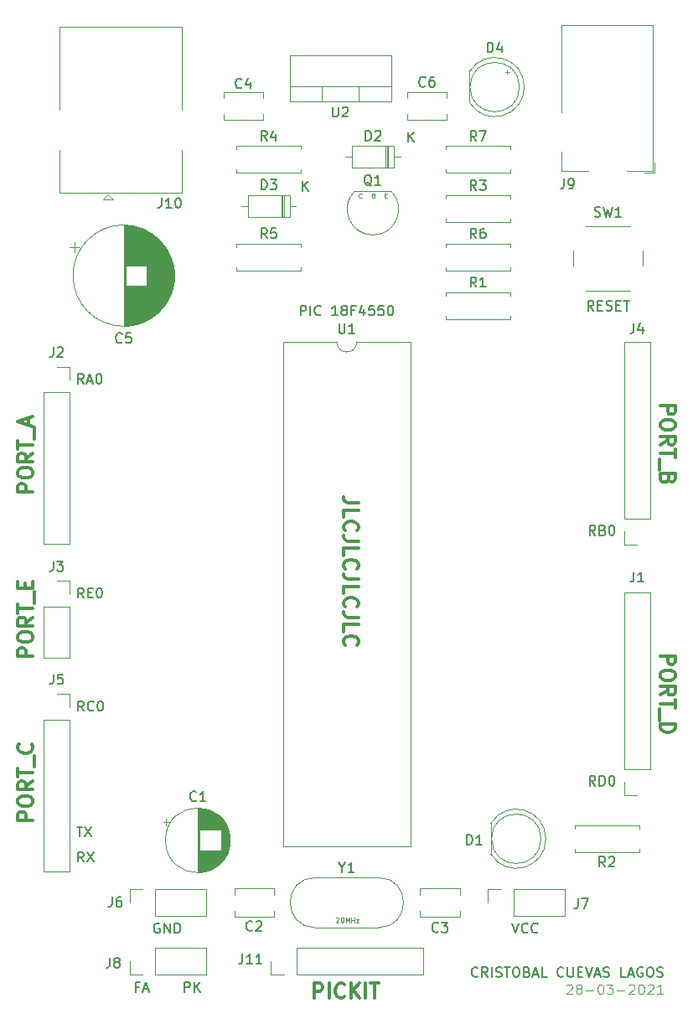
<source format=gbr>
G04 #@! TF.GenerationSoftware,KiCad,Pcbnew,(5.1.8)-1*
G04 #@! TF.CreationDate,2021-03-30T22:00:51-03:00*
G04 #@! TF.ProjectId,PIC18F4550,50494331-3846-4343-9535-302e6b696361,rev?*
G04 #@! TF.SameCoordinates,Original*
G04 #@! TF.FileFunction,Legend,Top*
G04 #@! TF.FilePolarity,Positive*
%FSLAX46Y46*%
G04 Gerber Fmt 4.6, Leading zero omitted, Abs format (unit mm)*
G04 Created by KiCad (PCBNEW (5.1.8)-1) date 2021-03-30 22:00:51*
%MOMM*%
%LPD*%
G01*
G04 APERTURE LIST*
%ADD10C,0.100000*%
%ADD11C,0.300000*%
%ADD12C,0.200000*%
%ADD13C,0.150000*%
%ADD14C,0.120000*%
G04 APERTURE END LIST*
D10*
X173709523Y-53060714D02*
X174090476Y-53060714D01*
X173900000Y-53251190D02*
X173900000Y-52870238D01*
X159179761Y-65753571D02*
X159155952Y-65777380D01*
X159084523Y-65801190D01*
X159036904Y-65801190D01*
X158965476Y-65777380D01*
X158917857Y-65729761D01*
X158894047Y-65682142D01*
X158870238Y-65586904D01*
X158870238Y-65515476D01*
X158894047Y-65420238D01*
X158917857Y-65372619D01*
X158965476Y-65325000D01*
X159036904Y-65301190D01*
X159084523Y-65301190D01*
X159155952Y-65325000D01*
X159179761Y-65348809D01*
X160385714Y-65539285D02*
X160457142Y-65563095D01*
X160480952Y-65586904D01*
X160504761Y-65634523D01*
X160504761Y-65705952D01*
X160480952Y-65753571D01*
X160457142Y-65777380D01*
X160409523Y-65801190D01*
X160219047Y-65801190D01*
X160219047Y-65301190D01*
X160385714Y-65301190D01*
X160433333Y-65325000D01*
X160457142Y-65348809D01*
X160480952Y-65396428D01*
X160480952Y-65444047D01*
X160457142Y-65491666D01*
X160433333Y-65515476D01*
X160385714Y-65539285D01*
X160219047Y-65539285D01*
X161517857Y-65539285D02*
X161684523Y-65539285D01*
X161755952Y-65801190D02*
X161517857Y-65801190D01*
X161517857Y-65301190D01*
X161755952Y-65301190D01*
X156594047Y-138523809D02*
X156617857Y-138500000D01*
X156665476Y-138476190D01*
X156784523Y-138476190D01*
X156832142Y-138500000D01*
X156855952Y-138523809D01*
X156879761Y-138571428D01*
X156879761Y-138619047D01*
X156855952Y-138690476D01*
X156570238Y-138976190D01*
X156879761Y-138976190D01*
X157189285Y-138476190D02*
X157236904Y-138476190D01*
X157284523Y-138500000D01*
X157308333Y-138523809D01*
X157332142Y-138571428D01*
X157355952Y-138666666D01*
X157355952Y-138785714D01*
X157332142Y-138880952D01*
X157308333Y-138928571D01*
X157284523Y-138952380D01*
X157236904Y-138976190D01*
X157189285Y-138976190D01*
X157141666Y-138952380D01*
X157117857Y-138928571D01*
X157094047Y-138880952D01*
X157070238Y-138785714D01*
X157070238Y-138666666D01*
X157094047Y-138571428D01*
X157117857Y-138523809D01*
X157141666Y-138500000D01*
X157189285Y-138476190D01*
X157570238Y-138976190D02*
X157570238Y-138476190D01*
X157736904Y-138833333D01*
X157903571Y-138476190D01*
X157903571Y-138976190D01*
X158141666Y-138976190D02*
X158141666Y-138476190D01*
X158141666Y-138714285D02*
X158427380Y-138714285D01*
X158427380Y-138976190D02*
X158427380Y-138476190D01*
X158617857Y-138642857D02*
X158879761Y-138642857D01*
X158617857Y-138976190D01*
X158879761Y-138976190D01*
D11*
X158846428Y-96596428D02*
X157775000Y-96596428D01*
X157560714Y-96525000D01*
X157417857Y-96382142D01*
X157346428Y-96167857D01*
X157346428Y-96025000D01*
X157346428Y-98025000D02*
X157346428Y-97310714D01*
X158846428Y-97310714D01*
X157489285Y-99382142D02*
X157417857Y-99310714D01*
X157346428Y-99096428D01*
X157346428Y-98953571D01*
X157417857Y-98739285D01*
X157560714Y-98596428D01*
X157703571Y-98525000D01*
X157989285Y-98453571D01*
X158203571Y-98453571D01*
X158489285Y-98525000D01*
X158632142Y-98596428D01*
X158775000Y-98739285D01*
X158846428Y-98953571D01*
X158846428Y-99096428D01*
X158775000Y-99310714D01*
X158703571Y-99382142D01*
X158846428Y-100453571D02*
X157775000Y-100453571D01*
X157560714Y-100382142D01*
X157417857Y-100239285D01*
X157346428Y-100025000D01*
X157346428Y-99882142D01*
X157346428Y-101882142D02*
X157346428Y-101167857D01*
X158846428Y-101167857D01*
X157489285Y-103239285D02*
X157417857Y-103167857D01*
X157346428Y-102953571D01*
X157346428Y-102810714D01*
X157417857Y-102596428D01*
X157560714Y-102453571D01*
X157703571Y-102382142D01*
X157989285Y-102310714D01*
X158203571Y-102310714D01*
X158489285Y-102382142D01*
X158632142Y-102453571D01*
X158775000Y-102596428D01*
X158846428Y-102810714D01*
X158846428Y-102953571D01*
X158775000Y-103167857D01*
X158703571Y-103239285D01*
X158846428Y-104310714D02*
X157775000Y-104310714D01*
X157560714Y-104239285D01*
X157417857Y-104096428D01*
X157346428Y-103882142D01*
X157346428Y-103739285D01*
X157346428Y-105739285D02*
X157346428Y-105025000D01*
X158846428Y-105025000D01*
X157489285Y-107096428D02*
X157417857Y-107025000D01*
X157346428Y-106810714D01*
X157346428Y-106667857D01*
X157417857Y-106453571D01*
X157560714Y-106310714D01*
X157703571Y-106239285D01*
X157989285Y-106167857D01*
X158203571Y-106167857D01*
X158489285Y-106239285D01*
X158632142Y-106310714D01*
X158775000Y-106453571D01*
X158846428Y-106667857D01*
X158846428Y-106810714D01*
X158775000Y-107025000D01*
X158703571Y-107096428D01*
X158846428Y-108167857D02*
X157775000Y-108167857D01*
X157560714Y-108096428D01*
X157417857Y-107953571D01*
X157346428Y-107739285D01*
X157346428Y-107596428D01*
X157346428Y-109596428D02*
X157346428Y-108882142D01*
X158846428Y-108882142D01*
X157489285Y-110953571D02*
X157417857Y-110882142D01*
X157346428Y-110667857D01*
X157346428Y-110525000D01*
X157417857Y-110310714D01*
X157560714Y-110167857D01*
X157703571Y-110096428D01*
X157989285Y-110025000D01*
X158203571Y-110025000D01*
X158489285Y-110096428D01*
X158632142Y-110167857D01*
X158775000Y-110310714D01*
X158846428Y-110525000D01*
X158846428Y-110667857D01*
X158775000Y-110882142D01*
X158703571Y-110953571D01*
D12*
X170892856Y-144407142D02*
X170845237Y-144454761D01*
X170702380Y-144502380D01*
X170607142Y-144502380D01*
X170464285Y-144454761D01*
X170369047Y-144359523D01*
X170321428Y-144264285D01*
X170273809Y-144073809D01*
X170273809Y-143930952D01*
X170321428Y-143740476D01*
X170369047Y-143645238D01*
X170464285Y-143550000D01*
X170607142Y-143502380D01*
X170702380Y-143502380D01*
X170845237Y-143550000D01*
X170892856Y-143597619D01*
X171892856Y-144502380D02*
X171559523Y-144026190D01*
X171321428Y-144502380D02*
X171321428Y-143502380D01*
X171702380Y-143502380D01*
X171797618Y-143550000D01*
X171845237Y-143597619D01*
X171892856Y-143692857D01*
X171892856Y-143835714D01*
X171845237Y-143930952D01*
X171797618Y-143978571D01*
X171702380Y-144026190D01*
X171321428Y-144026190D01*
X172321428Y-144502380D02*
X172321428Y-143502380D01*
X172749999Y-144454761D02*
X172892856Y-144502380D01*
X173130952Y-144502380D01*
X173226190Y-144454761D01*
X173273809Y-144407142D01*
X173321428Y-144311904D01*
X173321428Y-144216666D01*
X173273809Y-144121428D01*
X173226190Y-144073809D01*
X173130952Y-144026190D01*
X172940476Y-143978571D01*
X172845237Y-143930952D01*
X172797618Y-143883333D01*
X172749999Y-143788095D01*
X172749999Y-143692857D01*
X172797618Y-143597619D01*
X172845237Y-143550000D01*
X172940476Y-143502380D01*
X173178571Y-143502380D01*
X173321428Y-143550000D01*
X173607142Y-143502380D02*
X174178571Y-143502380D01*
X173892856Y-144502380D02*
X173892856Y-143502380D01*
X174702380Y-143502380D02*
X174892856Y-143502380D01*
X174988095Y-143550000D01*
X175083333Y-143645238D01*
X175130952Y-143835714D01*
X175130952Y-144169047D01*
X175083333Y-144359523D01*
X174988095Y-144454761D01*
X174892856Y-144502380D01*
X174702380Y-144502380D01*
X174607142Y-144454761D01*
X174511904Y-144359523D01*
X174464285Y-144169047D01*
X174464285Y-143835714D01*
X174511904Y-143645238D01*
X174607142Y-143550000D01*
X174702380Y-143502380D01*
X175892856Y-143978571D02*
X176035714Y-144026190D01*
X176083333Y-144073809D01*
X176130952Y-144169047D01*
X176130952Y-144311904D01*
X176083333Y-144407142D01*
X176035714Y-144454761D01*
X175940476Y-144502380D01*
X175559523Y-144502380D01*
X175559523Y-143502380D01*
X175892856Y-143502380D01*
X175988095Y-143550000D01*
X176035714Y-143597619D01*
X176083333Y-143692857D01*
X176083333Y-143788095D01*
X176035714Y-143883333D01*
X175988095Y-143930952D01*
X175892856Y-143978571D01*
X175559523Y-143978571D01*
X176511904Y-144216666D02*
X176988095Y-144216666D01*
X176416666Y-144502380D02*
X176749999Y-143502380D01*
X177083333Y-144502380D01*
X177892856Y-144502380D02*
X177416666Y-144502380D01*
X177416666Y-143502380D01*
X179559523Y-144407142D02*
X179511904Y-144454761D01*
X179369047Y-144502380D01*
X179273809Y-144502380D01*
X179130952Y-144454761D01*
X179035714Y-144359523D01*
X178988095Y-144264285D01*
X178940476Y-144073809D01*
X178940476Y-143930952D01*
X178988095Y-143740476D01*
X179035714Y-143645238D01*
X179130952Y-143550000D01*
X179273809Y-143502380D01*
X179369047Y-143502380D01*
X179511904Y-143550000D01*
X179559523Y-143597619D01*
X179988095Y-143502380D02*
X179988095Y-144311904D01*
X180035714Y-144407142D01*
X180083333Y-144454761D01*
X180178571Y-144502380D01*
X180369047Y-144502380D01*
X180464285Y-144454761D01*
X180511904Y-144407142D01*
X180559523Y-144311904D01*
X180559523Y-143502380D01*
X181035714Y-143978571D02*
X181369047Y-143978571D01*
X181511904Y-144502380D02*
X181035714Y-144502380D01*
X181035714Y-143502380D01*
X181511904Y-143502380D01*
X181797618Y-143502380D02*
X182130952Y-144502380D01*
X182464285Y-143502380D01*
X182749999Y-144216666D02*
X183226190Y-144216666D01*
X182654761Y-144502380D02*
X182988095Y-143502380D01*
X183321428Y-144502380D01*
X183607142Y-144454761D02*
X183749999Y-144502380D01*
X183988095Y-144502380D01*
X184083333Y-144454761D01*
X184130952Y-144407142D01*
X184178571Y-144311904D01*
X184178571Y-144216666D01*
X184130952Y-144121428D01*
X184083333Y-144073809D01*
X183988095Y-144026190D01*
X183797618Y-143978571D01*
X183702380Y-143930952D01*
X183654761Y-143883333D01*
X183607142Y-143788095D01*
X183607142Y-143692857D01*
X183654761Y-143597619D01*
X183702380Y-143550000D01*
X183797618Y-143502380D01*
X184035714Y-143502380D01*
X184178571Y-143550000D01*
X185845237Y-144502380D02*
X185369047Y-144502380D01*
X185369047Y-143502380D01*
X186130952Y-144216666D02*
X186607142Y-144216666D01*
X186035714Y-144502380D02*
X186369047Y-143502380D01*
X186702380Y-144502380D01*
X187559523Y-143550000D02*
X187464285Y-143502380D01*
X187321428Y-143502380D01*
X187178571Y-143550000D01*
X187083333Y-143645238D01*
X187035714Y-143740476D01*
X186988095Y-143930952D01*
X186988095Y-144073809D01*
X187035714Y-144264285D01*
X187083333Y-144359523D01*
X187178571Y-144454761D01*
X187321428Y-144502380D01*
X187416666Y-144502380D01*
X187559523Y-144454761D01*
X187607142Y-144407142D01*
X187607142Y-144073809D01*
X187416666Y-144073809D01*
X188226190Y-143502380D02*
X188416666Y-143502380D01*
X188511904Y-143550000D01*
X188607142Y-143645238D01*
X188654761Y-143835714D01*
X188654761Y-144169047D01*
X188607142Y-144359523D01*
X188511904Y-144454761D01*
X188416666Y-144502380D01*
X188226190Y-144502380D01*
X188130952Y-144454761D01*
X188035714Y-144359523D01*
X187988095Y-144169047D01*
X187988095Y-143835714D01*
X188035714Y-143645238D01*
X188130952Y-143550000D01*
X188226190Y-143502380D01*
X189035714Y-144454761D02*
X189178571Y-144502380D01*
X189416666Y-144502380D01*
X189511904Y-144454761D01*
X189559523Y-144407142D01*
X189607142Y-144311904D01*
X189607142Y-144216666D01*
X189559523Y-144121428D01*
X189511904Y-144073809D01*
X189416666Y-144026190D01*
X189226190Y-143978571D01*
X189130952Y-143930952D01*
X189083333Y-143883333D01*
X189035714Y-143788095D01*
X189035714Y-143692857D01*
X189083333Y-143597619D01*
X189130952Y-143550000D01*
X189226190Y-143502380D01*
X189464285Y-143502380D01*
X189607142Y-143550000D01*
D10*
X179892857Y-145322619D02*
X179940476Y-145275000D01*
X180035714Y-145227380D01*
X180273809Y-145227380D01*
X180369047Y-145275000D01*
X180416666Y-145322619D01*
X180464285Y-145417857D01*
X180464285Y-145513095D01*
X180416666Y-145655952D01*
X179845238Y-146227380D01*
X180464285Y-146227380D01*
X181035714Y-145655952D02*
X180940476Y-145608333D01*
X180892857Y-145560714D01*
X180845238Y-145465476D01*
X180845238Y-145417857D01*
X180892857Y-145322619D01*
X180940476Y-145275000D01*
X181035714Y-145227380D01*
X181226190Y-145227380D01*
X181321428Y-145275000D01*
X181369047Y-145322619D01*
X181416666Y-145417857D01*
X181416666Y-145465476D01*
X181369047Y-145560714D01*
X181321428Y-145608333D01*
X181226190Y-145655952D01*
X181035714Y-145655952D01*
X180940476Y-145703571D01*
X180892857Y-145751190D01*
X180845238Y-145846428D01*
X180845238Y-146036904D01*
X180892857Y-146132142D01*
X180940476Y-146179761D01*
X181035714Y-146227380D01*
X181226190Y-146227380D01*
X181321428Y-146179761D01*
X181369047Y-146132142D01*
X181416666Y-146036904D01*
X181416666Y-145846428D01*
X181369047Y-145751190D01*
X181321428Y-145703571D01*
X181226190Y-145655952D01*
X181845238Y-145846428D02*
X182607142Y-145846428D01*
X183273809Y-145227380D02*
X183369047Y-145227380D01*
X183464285Y-145275000D01*
X183511904Y-145322619D01*
X183559523Y-145417857D01*
X183607142Y-145608333D01*
X183607142Y-145846428D01*
X183559523Y-146036904D01*
X183511904Y-146132142D01*
X183464285Y-146179761D01*
X183369047Y-146227380D01*
X183273809Y-146227380D01*
X183178571Y-146179761D01*
X183130952Y-146132142D01*
X183083333Y-146036904D01*
X183035714Y-145846428D01*
X183035714Y-145608333D01*
X183083333Y-145417857D01*
X183130952Y-145322619D01*
X183178571Y-145275000D01*
X183273809Y-145227380D01*
X183940476Y-145227380D02*
X184559523Y-145227380D01*
X184226190Y-145608333D01*
X184369047Y-145608333D01*
X184464285Y-145655952D01*
X184511904Y-145703571D01*
X184559523Y-145798809D01*
X184559523Y-146036904D01*
X184511904Y-146132142D01*
X184464285Y-146179761D01*
X184369047Y-146227380D01*
X184083333Y-146227380D01*
X183988095Y-146179761D01*
X183940476Y-146132142D01*
X184988095Y-145846428D02*
X185750000Y-145846428D01*
X186178571Y-145322619D02*
X186226190Y-145275000D01*
X186321428Y-145227380D01*
X186559523Y-145227380D01*
X186654761Y-145275000D01*
X186702380Y-145322619D01*
X186750000Y-145417857D01*
X186750000Y-145513095D01*
X186702380Y-145655952D01*
X186130952Y-146227380D01*
X186750000Y-146227380D01*
X187369047Y-145227380D02*
X187464285Y-145227380D01*
X187559523Y-145275000D01*
X187607142Y-145322619D01*
X187654761Y-145417857D01*
X187702380Y-145608333D01*
X187702380Y-145846428D01*
X187654761Y-146036904D01*
X187607142Y-146132142D01*
X187559523Y-146179761D01*
X187464285Y-146227380D01*
X187369047Y-146227380D01*
X187273809Y-146179761D01*
X187226190Y-146132142D01*
X187178571Y-146036904D01*
X187130952Y-145846428D01*
X187130952Y-145608333D01*
X187178571Y-145417857D01*
X187226190Y-145322619D01*
X187273809Y-145275000D01*
X187369047Y-145227380D01*
X188083333Y-145322619D02*
X188130952Y-145275000D01*
X188226190Y-145227380D01*
X188464285Y-145227380D01*
X188559523Y-145275000D01*
X188607142Y-145322619D01*
X188654761Y-145417857D01*
X188654761Y-145513095D01*
X188607142Y-145655952D01*
X188035714Y-146227380D01*
X188654761Y-146227380D01*
X189607142Y-146227380D02*
X189035714Y-146227380D01*
X189321428Y-146227380D02*
X189321428Y-145227380D01*
X189226190Y-145370238D01*
X189130952Y-145465476D01*
X189035714Y-145513095D01*
D13*
X152990833Y-77652380D02*
X152990833Y-76652380D01*
X153371785Y-76652380D01*
X153467023Y-76700000D01*
X153514642Y-76747619D01*
X153562261Y-76842857D01*
X153562261Y-76985714D01*
X153514642Y-77080952D01*
X153467023Y-77128571D01*
X153371785Y-77176190D01*
X152990833Y-77176190D01*
X153990833Y-77652380D02*
X153990833Y-76652380D01*
X155038452Y-77557142D02*
X154990833Y-77604761D01*
X154847976Y-77652380D01*
X154752738Y-77652380D01*
X154609880Y-77604761D01*
X154514642Y-77509523D01*
X154467023Y-77414285D01*
X154419404Y-77223809D01*
X154419404Y-77080952D01*
X154467023Y-76890476D01*
X154514642Y-76795238D01*
X154609880Y-76700000D01*
X154752738Y-76652380D01*
X154847976Y-76652380D01*
X154990833Y-76700000D01*
X155038452Y-76747619D01*
X156752738Y-77652380D02*
X156181309Y-77652380D01*
X156467023Y-77652380D02*
X156467023Y-76652380D01*
X156371785Y-76795238D01*
X156276547Y-76890476D01*
X156181309Y-76938095D01*
X157324166Y-77080952D02*
X157228928Y-77033333D01*
X157181309Y-76985714D01*
X157133690Y-76890476D01*
X157133690Y-76842857D01*
X157181309Y-76747619D01*
X157228928Y-76700000D01*
X157324166Y-76652380D01*
X157514642Y-76652380D01*
X157609880Y-76700000D01*
X157657500Y-76747619D01*
X157705119Y-76842857D01*
X157705119Y-76890476D01*
X157657500Y-76985714D01*
X157609880Y-77033333D01*
X157514642Y-77080952D01*
X157324166Y-77080952D01*
X157228928Y-77128571D01*
X157181309Y-77176190D01*
X157133690Y-77271428D01*
X157133690Y-77461904D01*
X157181309Y-77557142D01*
X157228928Y-77604761D01*
X157324166Y-77652380D01*
X157514642Y-77652380D01*
X157609880Y-77604761D01*
X157657500Y-77557142D01*
X157705119Y-77461904D01*
X157705119Y-77271428D01*
X157657500Y-77176190D01*
X157609880Y-77128571D01*
X157514642Y-77080952D01*
X158467023Y-77128571D02*
X158133690Y-77128571D01*
X158133690Y-77652380D02*
X158133690Y-76652380D01*
X158609880Y-76652380D01*
X159419404Y-76985714D02*
X159419404Y-77652380D01*
X159181309Y-76604761D02*
X158943214Y-77319047D01*
X159562261Y-77319047D01*
X160419404Y-76652380D02*
X159943214Y-76652380D01*
X159895595Y-77128571D01*
X159943214Y-77080952D01*
X160038452Y-77033333D01*
X160276547Y-77033333D01*
X160371785Y-77080952D01*
X160419404Y-77128571D01*
X160467023Y-77223809D01*
X160467023Y-77461904D01*
X160419404Y-77557142D01*
X160371785Y-77604761D01*
X160276547Y-77652380D01*
X160038452Y-77652380D01*
X159943214Y-77604761D01*
X159895595Y-77557142D01*
X161371785Y-76652380D02*
X160895595Y-76652380D01*
X160847976Y-77128571D01*
X160895595Y-77080952D01*
X160990833Y-77033333D01*
X161228928Y-77033333D01*
X161324166Y-77080952D01*
X161371785Y-77128571D01*
X161419404Y-77223809D01*
X161419404Y-77461904D01*
X161371785Y-77557142D01*
X161324166Y-77604761D01*
X161228928Y-77652380D01*
X160990833Y-77652380D01*
X160895595Y-77604761D01*
X160847976Y-77557142D01*
X162038452Y-76652380D02*
X162133690Y-76652380D01*
X162228928Y-76700000D01*
X162276547Y-76747619D01*
X162324166Y-76842857D01*
X162371785Y-77033333D01*
X162371785Y-77271428D01*
X162324166Y-77461904D01*
X162276547Y-77557142D01*
X162228928Y-77604761D01*
X162133690Y-77652380D01*
X162038452Y-77652380D01*
X161943214Y-77604761D01*
X161895595Y-77557142D01*
X161847976Y-77461904D01*
X161800357Y-77271428D01*
X161800357Y-77033333D01*
X161847976Y-76842857D01*
X161895595Y-76747619D01*
X161943214Y-76700000D01*
X162038452Y-76652380D01*
X141274345Y-146002380D02*
X141274345Y-145002380D01*
X141655297Y-145002380D01*
X141750535Y-145050000D01*
X141798154Y-145097619D01*
X141845773Y-145192857D01*
X141845773Y-145335714D01*
X141798154Y-145430952D01*
X141750535Y-145478571D01*
X141655297Y-145526190D01*
X141274345Y-145526190D01*
X142274345Y-146002380D02*
X142274345Y-145002380D01*
X142845773Y-146002380D02*
X142417202Y-145430952D01*
X142845773Y-145002380D02*
X142274345Y-145573809D01*
X136670535Y-145478571D02*
X136337202Y-145478571D01*
X136337202Y-146002380D02*
X136337202Y-145002380D01*
X136813392Y-145002380D01*
X137146726Y-145716666D02*
X137622916Y-145716666D01*
X137051488Y-146002380D02*
X137384821Y-145002380D01*
X137718154Y-146002380D01*
X182607619Y-77152380D02*
X182274285Y-76676190D01*
X182036190Y-77152380D02*
X182036190Y-76152380D01*
X182417142Y-76152380D01*
X182512380Y-76200000D01*
X182560000Y-76247619D01*
X182607619Y-76342857D01*
X182607619Y-76485714D01*
X182560000Y-76580952D01*
X182512380Y-76628571D01*
X182417142Y-76676190D01*
X182036190Y-76676190D01*
X183036190Y-76628571D02*
X183369523Y-76628571D01*
X183512380Y-77152380D02*
X183036190Y-77152380D01*
X183036190Y-76152380D01*
X183512380Y-76152380D01*
X183893333Y-77104761D02*
X184036190Y-77152380D01*
X184274285Y-77152380D01*
X184369523Y-77104761D01*
X184417142Y-77057142D01*
X184464761Y-76961904D01*
X184464761Y-76866666D01*
X184417142Y-76771428D01*
X184369523Y-76723809D01*
X184274285Y-76676190D01*
X184083809Y-76628571D01*
X183988571Y-76580952D01*
X183940952Y-76533333D01*
X183893333Y-76438095D01*
X183893333Y-76342857D01*
X183940952Y-76247619D01*
X183988571Y-76200000D01*
X184083809Y-76152380D01*
X184321904Y-76152380D01*
X184464761Y-76200000D01*
X184893333Y-76628571D02*
X185226666Y-76628571D01*
X185369523Y-77152380D02*
X184893333Y-77152380D01*
X184893333Y-76152380D01*
X185369523Y-76152380D01*
X185655238Y-76152380D02*
X186226666Y-76152380D01*
X185940952Y-77152380D02*
X185940952Y-76152380D01*
X131104761Y-84559880D02*
X130771428Y-84083690D01*
X130533333Y-84559880D02*
X130533333Y-83559880D01*
X130914285Y-83559880D01*
X131009523Y-83607500D01*
X131057142Y-83655119D01*
X131104761Y-83750357D01*
X131104761Y-83893214D01*
X131057142Y-83988452D01*
X131009523Y-84036071D01*
X130914285Y-84083690D01*
X130533333Y-84083690D01*
X131485714Y-84274166D02*
X131961904Y-84274166D01*
X131390476Y-84559880D02*
X131723809Y-83559880D01*
X132057142Y-84559880D01*
X132580952Y-83559880D02*
X132676190Y-83559880D01*
X132771428Y-83607500D01*
X132819047Y-83655119D01*
X132866666Y-83750357D01*
X132914285Y-83940833D01*
X132914285Y-84178928D01*
X132866666Y-84369404D01*
X132819047Y-84464642D01*
X132771428Y-84512261D01*
X132676190Y-84559880D01*
X132580952Y-84559880D01*
X132485714Y-84512261D01*
X132438095Y-84464642D01*
X132390476Y-84369404D01*
X132342857Y-84178928D01*
X132342857Y-83940833D01*
X132390476Y-83750357D01*
X132438095Y-83655119D01*
X132485714Y-83607500D01*
X132580952Y-83559880D01*
X131104761Y-106184880D02*
X130771428Y-105708690D01*
X130533332Y-106184880D02*
X130533332Y-105184880D01*
X130914285Y-105184880D01*
X131009523Y-105232500D01*
X131057142Y-105280119D01*
X131104761Y-105375357D01*
X131104761Y-105518214D01*
X131057142Y-105613452D01*
X131009523Y-105661071D01*
X130914285Y-105708690D01*
X130533332Y-105708690D01*
X131533332Y-105661071D02*
X131866666Y-105661071D01*
X132009523Y-106184880D02*
X131533332Y-106184880D01*
X131533332Y-105184880D01*
X132009523Y-105184880D01*
X132628570Y-105184880D02*
X132723809Y-105184880D01*
X132819047Y-105232500D01*
X132866666Y-105280119D01*
X132914285Y-105375357D01*
X132961904Y-105565833D01*
X132961904Y-105803928D01*
X132914285Y-105994404D01*
X132866666Y-106089642D01*
X132819047Y-106137261D01*
X132723809Y-106184880D01*
X132628570Y-106184880D01*
X132533332Y-106137261D01*
X132485713Y-106089642D01*
X132438094Y-105994404D01*
X132390475Y-105803928D01*
X132390475Y-105565833D01*
X132438094Y-105375357D01*
X132485713Y-105280119D01*
X132533332Y-105232500D01*
X132628570Y-105184880D01*
X131104761Y-117609880D02*
X130771428Y-117133690D01*
X130533332Y-117609880D02*
X130533332Y-116609880D01*
X130914285Y-116609880D01*
X131009523Y-116657500D01*
X131057142Y-116705119D01*
X131104761Y-116800357D01*
X131104761Y-116943214D01*
X131057142Y-117038452D01*
X131009523Y-117086071D01*
X130914285Y-117133690D01*
X130533332Y-117133690D01*
X132104761Y-117514642D02*
X132057142Y-117562261D01*
X131914285Y-117609880D01*
X131819047Y-117609880D01*
X131676189Y-117562261D01*
X131580951Y-117467023D01*
X131533332Y-117371785D01*
X131485713Y-117181309D01*
X131485713Y-117038452D01*
X131533332Y-116847976D01*
X131580951Y-116752738D01*
X131676189Y-116657500D01*
X131819047Y-116609880D01*
X131914285Y-116609880D01*
X132057142Y-116657500D01*
X132104761Y-116705119D01*
X132723808Y-116609880D02*
X132819047Y-116609880D01*
X132914285Y-116657500D01*
X132961904Y-116705119D01*
X133009523Y-116800357D01*
X133057142Y-116990833D01*
X133057142Y-117228928D01*
X133009523Y-117419404D01*
X132961904Y-117514642D01*
X132914285Y-117562261D01*
X132819047Y-117609880D01*
X132723808Y-117609880D01*
X132628570Y-117562261D01*
X132580951Y-117514642D01*
X132533332Y-117419404D01*
X132485713Y-117228928D01*
X132485713Y-116990833D01*
X132533332Y-116800357D01*
X132580951Y-116705119D01*
X132628570Y-116657500D01*
X132723808Y-116609880D01*
X131104761Y-132849880D02*
X130771428Y-132373690D01*
X130533332Y-132849880D02*
X130533332Y-131849880D01*
X130914285Y-131849880D01*
X131009523Y-131897500D01*
X131057142Y-131945119D01*
X131104761Y-132040357D01*
X131104761Y-132183214D01*
X131057142Y-132278452D01*
X131009523Y-132326071D01*
X130914285Y-132373690D01*
X130533332Y-132373690D01*
X131438094Y-131849880D02*
X132104761Y-132849880D01*
X132104761Y-131849880D02*
X131438094Y-132849880D01*
X130390476Y-129309880D02*
X130961904Y-129309880D01*
X130676190Y-130309880D02*
X130676190Y-129309880D01*
X131200000Y-129309880D02*
X131866666Y-130309880D01*
X131866666Y-129309880D02*
X131200000Y-130309880D01*
D11*
X154371428Y-146628571D02*
X154371428Y-145128571D01*
X154942857Y-145128571D01*
X155085714Y-145200000D01*
X155157142Y-145271428D01*
X155228571Y-145414285D01*
X155228571Y-145628571D01*
X155157142Y-145771428D01*
X155085714Y-145842857D01*
X154942857Y-145914285D01*
X154371428Y-145914285D01*
X155871428Y-146628571D02*
X155871428Y-145128571D01*
X157442857Y-146485714D02*
X157371428Y-146557142D01*
X157157142Y-146628571D01*
X157014285Y-146628571D01*
X156800000Y-146557142D01*
X156657142Y-146414285D01*
X156585714Y-146271428D01*
X156514285Y-145985714D01*
X156514285Y-145771428D01*
X156585714Y-145485714D01*
X156657142Y-145342857D01*
X156800000Y-145200000D01*
X157014285Y-145128571D01*
X157157142Y-145128571D01*
X157371428Y-145200000D01*
X157442857Y-145271428D01*
X158085714Y-146628571D02*
X158085714Y-145128571D01*
X158942857Y-146628571D02*
X158300000Y-145771428D01*
X158942857Y-145128571D02*
X158085714Y-145985714D01*
X159585714Y-146628571D02*
X159585714Y-145128571D01*
X160085714Y-145128571D02*
X160942857Y-145128571D01*
X160514285Y-146628571D02*
X160514285Y-145128571D01*
X125953571Y-128646428D02*
X124453571Y-128646428D01*
X124453571Y-128075000D01*
X124525000Y-127932142D01*
X124596428Y-127860714D01*
X124739285Y-127789285D01*
X124953571Y-127789285D01*
X125096428Y-127860714D01*
X125167857Y-127932142D01*
X125239285Y-128075000D01*
X125239285Y-128646428D01*
X124453571Y-126860714D02*
X124453571Y-126575000D01*
X124525000Y-126432142D01*
X124667857Y-126289285D01*
X124953571Y-126217857D01*
X125453571Y-126217857D01*
X125739285Y-126289285D01*
X125882142Y-126432142D01*
X125953571Y-126575000D01*
X125953571Y-126860714D01*
X125882142Y-127003571D01*
X125739285Y-127146428D01*
X125453571Y-127217857D01*
X124953571Y-127217857D01*
X124667857Y-127146428D01*
X124525000Y-127003571D01*
X124453571Y-126860714D01*
X125953571Y-124717857D02*
X125239285Y-125217857D01*
X125953571Y-125575000D02*
X124453571Y-125575000D01*
X124453571Y-125003571D01*
X124525000Y-124860714D01*
X124596428Y-124789285D01*
X124739285Y-124717857D01*
X124953571Y-124717857D01*
X125096428Y-124789285D01*
X125167857Y-124860714D01*
X125239285Y-125003571D01*
X125239285Y-125575000D01*
X124453571Y-124289285D02*
X124453571Y-123432142D01*
X125953571Y-123860714D02*
X124453571Y-123860714D01*
X126096428Y-123289285D02*
X126096428Y-122146428D01*
X125810714Y-120932142D02*
X125882142Y-121003571D01*
X125953571Y-121217857D01*
X125953571Y-121360714D01*
X125882142Y-121575000D01*
X125739285Y-121717857D01*
X125596428Y-121789285D01*
X125310714Y-121860714D01*
X125096428Y-121860714D01*
X124810714Y-121789285D01*
X124667857Y-121717857D01*
X124525000Y-121575000D01*
X124453571Y-121360714D01*
X124453571Y-121217857D01*
X124525000Y-121003571D01*
X124596428Y-120932142D01*
X125953571Y-112075001D02*
X124453571Y-112075001D01*
X124453571Y-111503572D01*
X124525000Y-111360715D01*
X124596428Y-111289286D01*
X124739285Y-111217858D01*
X124953571Y-111217858D01*
X125096428Y-111289286D01*
X125167857Y-111360715D01*
X125239285Y-111503572D01*
X125239285Y-112075001D01*
X124453571Y-110289286D02*
X124453571Y-110003572D01*
X124525000Y-109860715D01*
X124667857Y-109717858D01*
X124953571Y-109646429D01*
X125453571Y-109646429D01*
X125739285Y-109717858D01*
X125882142Y-109860715D01*
X125953571Y-110003572D01*
X125953571Y-110289286D01*
X125882142Y-110432143D01*
X125739285Y-110575001D01*
X125453571Y-110646429D01*
X124953571Y-110646429D01*
X124667857Y-110575001D01*
X124525000Y-110432143D01*
X124453571Y-110289286D01*
X125953571Y-108146429D02*
X125239285Y-108646429D01*
X125953571Y-109003572D02*
X124453571Y-109003572D01*
X124453571Y-108432143D01*
X124525000Y-108289286D01*
X124596428Y-108217858D01*
X124739285Y-108146429D01*
X124953571Y-108146429D01*
X125096428Y-108217858D01*
X125167857Y-108289286D01*
X125239285Y-108432143D01*
X125239285Y-109003572D01*
X124453571Y-107717858D02*
X124453571Y-106860715D01*
X125953571Y-107289286D02*
X124453571Y-107289286D01*
X126096428Y-106717858D02*
X126096428Y-105575001D01*
X125167857Y-105217858D02*
X125167857Y-104717858D01*
X125953571Y-104503572D02*
X125953571Y-105217858D01*
X124453571Y-105217858D01*
X124453571Y-104503572D01*
X189371428Y-112078571D02*
X190871428Y-112078571D01*
X190871428Y-112650000D01*
X190800000Y-112792857D01*
X190728571Y-112864285D01*
X190585714Y-112935714D01*
X190371428Y-112935714D01*
X190228571Y-112864285D01*
X190157142Y-112792857D01*
X190085714Y-112650000D01*
X190085714Y-112078571D01*
X190871428Y-113864285D02*
X190871428Y-114150000D01*
X190800000Y-114292857D01*
X190657142Y-114435714D01*
X190371428Y-114507142D01*
X189871428Y-114507142D01*
X189585714Y-114435714D01*
X189442857Y-114292857D01*
X189371428Y-114150000D01*
X189371428Y-113864285D01*
X189442857Y-113721428D01*
X189585714Y-113578571D01*
X189871428Y-113507142D01*
X190371428Y-113507142D01*
X190657142Y-113578571D01*
X190800000Y-113721428D01*
X190871428Y-113864285D01*
X189371428Y-116007142D02*
X190085714Y-115507142D01*
X189371428Y-115150000D02*
X190871428Y-115150000D01*
X190871428Y-115721428D01*
X190800000Y-115864285D01*
X190728571Y-115935714D01*
X190585714Y-116007142D01*
X190371428Y-116007142D01*
X190228571Y-115935714D01*
X190157142Y-115864285D01*
X190085714Y-115721428D01*
X190085714Y-115150000D01*
X190871428Y-116435714D02*
X190871428Y-117292857D01*
X189371428Y-116864285D02*
X190871428Y-116864285D01*
X189228571Y-117435714D02*
X189228571Y-118578571D01*
X189371428Y-118935714D02*
X190871428Y-118935714D01*
X190871428Y-119292857D01*
X190800000Y-119507142D01*
X190657142Y-119650000D01*
X190514285Y-119721428D01*
X190228571Y-119792857D01*
X190014285Y-119792857D01*
X189728571Y-119721428D01*
X189585714Y-119650000D01*
X189442857Y-119507142D01*
X189371428Y-119292857D01*
X189371428Y-118935714D01*
X189371428Y-86778571D02*
X190871428Y-86778571D01*
X190871428Y-87350000D01*
X190800000Y-87492857D01*
X190728571Y-87564285D01*
X190585714Y-87635714D01*
X190371428Y-87635714D01*
X190228571Y-87564285D01*
X190157142Y-87492857D01*
X190085714Y-87350000D01*
X190085714Y-86778571D01*
X190871428Y-88564285D02*
X190871428Y-88850000D01*
X190800000Y-88992857D01*
X190657142Y-89135714D01*
X190371428Y-89207142D01*
X189871428Y-89207142D01*
X189585714Y-89135714D01*
X189442857Y-88992857D01*
X189371428Y-88850000D01*
X189371428Y-88564285D01*
X189442857Y-88421428D01*
X189585714Y-88278571D01*
X189871428Y-88207142D01*
X190371428Y-88207142D01*
X190657142Y-88278571D01*
X190800000Y-88421428D01*
X190871428Y-88564285D01*
X189371428Y-90707142D02*
X190085714Y-90207142D01*
X189371428Y-89850000D02*
X190871428Y-89850000D01*
X190871428Y-90421428D01*
X190800000Y-90564285D01*
X190728571Y-90635714D01*
X190585714Y-90707142D01*
X190371428Y-90707142D01*
X190228571Y-90635714D01*
X190157142Y-90564285D01*
X190085714Y-90421428D01*
X190085714Y-89850000D01*
X190871428Y-91135714D02*
X190871428Y-91992857D01*
X189371428Y-91564285D02*
X190871428Y-91564285D01*
X189228571Y-92135714D02*
X189228571Y-93278571D01*
X190157142Y-94135714D02*
X190085714Y-94350000D01*
X190014285Y-94421428D01*
X189871428Y-94492857D01*
X189657142Y-94492857D01*
X189514285Y-94421428D01*
X189442857Y-94350000D01*
X189371428Y-94207142D01*
X189371428Y-93635714D01*
X190871428Y-93635714D01*
X190871428Y-94135714D01*
X190800000Y-94278571D01*
X190728571Y-94350000D01*
X190585714Y-94421428D01*
X190442857Y-94421428D01*
X190300000Y-94350000D01*
X190228571Y-94278571D01*
X190157142Y-94135714D01*
X190157142Y-93635714D01*
D13*
X182783333Y-99859880D02*
X182450000Y-99383690D01*
X182211904Y-99859880D02*
X182211904Y-98859880D01*
X182592857Y-98859880D01*
X182688095Y-98907500D01*
X182735714Y-98955119D01*
X182783333Y-99050357D01*
X182783333Y-99193214D01*
X182735714Y-99288452D01*
X182688095Y-99336071D01*
X182592857Y-99383690D01*
X182211904Y-99383690D01*
X183545238Y-99336071D02*
X183688095Y-99383690D01*
X183735714Y-99431309D01*
X183783333Y-99526547D01*
X183783333Y-99669404D01*
X183735714Y-99764642D01*
X183688095Y-99812261D01*
X183592857Y-99859880D01*
X183211904Y-99859880D01*
X183211904Y-98859880D01*
X183545238Y-98859880D01*
X183640476Y-98907500D01*
X183688095Y-98955119D01*
X183735714Y-99050357D01*
X183735714Y-99145595D01*
X183688095Y-99240833D01*
X183640476Y-99288452D01*
X183545238Y-99336071D01*
X183211904Y-99336071D01*
X184402380Y-98859880D02*
X184497619Y-98859880D01*
X184592857Y-98907500D01*
X184640476Y-98955119D01*
X184688095Y-99050357D01*
X184735714Y-99240833D01*
X184735714Y-99478928D01*
X184688095Y-99669404D01*
X184640476Y-99764642D01*
X184592857Y-99812261D01*
X184497619Y-99859880D01*
X184402380Y-99859880D01*
X184307142Y-99812261D01*
X184259523Y-99764642D01*
X184211904Y-99669404D01*
X184164285Y-99478928D01*
X184164285Y-99240833D01*
X184211904Y-99050357D01*
X184259523Y-98955119D01*
X184307142Y-98907500D01*
X184402380Y-98859880D01*
X182783333Y-125159880D02*
X182450000Y-124683690D01*
X182211904Y-125159880D02*
X182211904Y-124159880D01*
X182592857Y-124159880D01*
X182688095Y-124207500D01*
X182735714Y-124255119D01*
X182783333Y-124350357D01*
X182783333Y-124493214D01*
X182735714Y-124588452D01*
X182688095Y-124636071D01*
X182592857Y-124683690D01*
X182211904Y-124683690D01*
X183211904Y-125159880D02*
X183211904Y-124159880D01*
X183450000Y-124159880D01*
X183592857Y-124207500D01*
X183688095Y-124302738D01*
X183735714Y-124397976D01*
X183783333Y-124588452D01*
X183783333Y-124731309D01*
X183735714Y-124921785D01*
X183688095Y-125017023D01*
X183592857Y-125112261D01*
X183450000Y-125159880D01*
X183211904Y-125159880D01*
X184402380Y-124159880D02*
X184497619Y-124159880D01*
X184592857Y-124207500D01*
X184640476Y-124255119D01*
X184688095Y-124350357D01*
X184735714Y-124540833D01*
X184735714Y-124778928D01*
X184688095Y-124969404D01*
X184640476Y-125064642D01*
X184592857Y-125112261D01*
X184497619Y-125159880D01*
X184402380Y-125159880D01*
X184307142Y-125112261D01*
X184259523Y-125064642D01*
X184211904Y-124969404D01*
X184164285Y-124778928D01*
X184164285Y-124540833D01*
X184211904Y-124350357D01*
X184259523Y-124255119D01*
X184307142Y-124207500D01*
X184402380Y-124159880D01*
X174391666Y-139052380D02*
X174725000Y-140052380D01*
X175058333Y-139052380D01*
X175963095Y-139957142D02*
X175915476Y-140004761D01*
X175772619Y-140052380D01*
X175677380Y-140052380D01*
X175534523Y-140004761D01*
X175439285Y-139909523D01*
X175391666Y-139814285D01*
X175344047Y-139623809D01*
X175344047Y-139480952D01*
X175391666Y-139290476D01*
X175439285Y-139195238D01*
X175534523Y-139100000D01*
X175677380Y-139052380D01*
X175772619Y-139052380D01*
X175915476Y-139100000D01*
X175963095Y-139147619D01*
X176963095Y-139957142D02*
X176915476Y-140004761D01*
X176772619Y-140052380D01*
X176677380Y-140052380D01*
X176534523Y-140004761D01*
X176439285Y-139909523D01*
X176391666Y-139814285D01*
X176344047Y-139623809D01*
X176344047Y-139480952D01*
X176391666Y-139290476D01*
X176439285Y-139195238D01*
X176534523Y-139100000D01*
X176677380Y-139052380D01*
X176772619Y-139052380D01*
X176915476Y-139100000D01*
X176963095Y-139147619D01*
X138763095Y-139100000D02*
X138667857Y-139052380D01*
X138525000Y-139052380D01*
X138382142Y-139100000D01*
X138286904Y-139195238D01*
X138239285Y-139290476D01*
X138191666Y-139480952D01*
X138191666Y-139623809D01*
X138239285Y-139814285D01*
X138286904Y-139909523D01*
X138382142Y-140004761D01*
X138525000Y-140052380D01*
X138620238Y-140052380D01*
X138763095Y-140004761D01*
X138810714Y-139957142D01*
X138810714Y-139623809D01*
X138620238Y-139623809D01*
X139239285Y-140052380D02*
X139239285Y-139052380D01*
X139810714Y-140052380D01*
X139810714Y-139052380D01*
X140286904Y-140052380D02*
X140286904Y-139052380D01*
X140525000Y-139052380D01*
X140667857Y-139100000D01*
X140763095Y-139195238D01*
X140810714Y-139290476D01*
X140858333Y-139480952D01*
X140858333Y-139623809D01*
X140810714Y-139814285D01*
X140763095Y-139909523D01*
X140667857Y-140004761D01*
X140525000Y-140052380D01*
X140286904Y-140052380D01*
D11*
X125953571Y-95489285D02*
X124453571Y-95489285D01*
X124453571Y-94917857D01*
X124525000Y-94775000D01*
X124596428Y-94703571D01*
X124739285Y-94632142D01*
X124953571Y-94632142D01*
X125096428Y-94703571D01*
X125167857Y-94775000D01*
X125239285Y-94917857D01*
X125239285Y-95489285D01*
X124453571Y-93703571D02*
X124453571Y-93417857D01*
X124525000Y-93275000D01*
X124667857Y-93132142D01*
X124953571Y-93060714D01*
X125453571Y-93060714D01*
X125739285Y-93132142D01*
X125882142Y-93275000D01*
X125953571Y-93417857D01*
X125953571Y-93703571D01*
X125882142Y-93846428D01*
X125739285Y-93989285D01*
X125453571Y-94060714D01*
X124953571Y-94060714D01*
X124667857Y-93989285D01*
X124525000Y-93846428D01*
X124453571Y-93703571D01*
X125953571Y-91560714D02*
X125239285Y-92060714D01*
X125953571Y-92417857D02*
X124453571Y-92417857D01*
X124453571Y-91846428D01*
X124525000Y-91703571D01*
X124596428Y-91632142D01*
X124739285Y-91560714D01*
X124953571Y-91560714D01*
X125096428Y-91632142D01*
X125167857Y-91703571D01*
X125239285Y-91846428D01*
X125239285Y-92417857D01*
X124453571Y-91132142D02*
X124453571Y-90275000D01*
X125953571Y-90703571D02*
X124453571Y-90703571D01*
X126096428Y-90132142D02*
X126096428Y-88989285D01*
X125525000Y-88703571D02*
X125525000Y-87989285D01*
X125953571Y-88846428D02*
X124453571Y-88346428D01*
X125953571Y-87846428D01*
D14*
X170060000Y-53030000D02*
X170060000Y-56120000D01*
X175120000Y-54575000D02*
G75*
G03*
X175120000Y-54575000I-2500000J0D01*
G01*
X175610000Y-54574538D02*
G75*
G02*
X170060000Y-56119830I-2990000J-462D01*
G01*
X175610000Y-54575462D02*
G75*
G03*
X170060000Y-53030170I-2990000J462D01*
G01*
X174185000Y-62915000D02*
X174185000Y-63245000D01*
X174185000Y-63245000D02*
X167645000Y-63245000D01*
X167645000Y-63245000D02*
X167645000Y-62915000D01*
X174185000Y-60835000D02*
X174185000Y-60505000D01*
X174185000Y-60505000D02*
X167645000Y-60505000D01*
X167645000Y-60505000D02*
X167645000Y-60835000D01*
X156677500Y-80345000D02*
X151217500Y-80345000D01*
X151217500Y-80345000D02*
X151217500Y-131265000D01*
X151217500Y-131265000D02*
X164137500Y-131265000D01*
X164137500Y-131265000D02*
X164137500Y-80345000D01*
X164137500Y-80345000D02*
X158677500Y-80345000D01*
X158677500Y-80345000D02*
G75*
G02*
X156677500Y-80345000I-1000000J0D01*
G01*
X145895000Y-130675000D02*
G75*
G03*
X145895000Y-130675000I-3270000J0D01*
G01*
X142625000Y-127445000D02*
X142625000Y-133905000D01*
X142665000Y-127445000D02*
X142665000Y-133905000D01*
X142705000Y-127445000D02*
X142705000Y-133905000D01*
X142745000Y-127447000D02*
X142745000Y-133903000D01*
X142785000Y-127448000D02*
X142785000Y-133902000D01*
X142825000Y-127451000D02*
X142825000Y-133899000D01*
X142865000Y-127453000D02*
X142865000Y-129635000D01*
X142865000Y-131715000D02*
X142865000Y-133897000D01*
X142905000Y-127457000D02*
X142905000Y-129635000D01*
X142905000Y-131715000D02*
X142905000Y-133893000D01*
X142945000Y-127460000D02*
X142945000Y-129635000D01*
X142945000Y-131715000D02*
X142945000Y-133890000D01*
X142985000Y-127464000D02*
X142985000Y-129635000D01*
X142985000Y-131715000D02*
X142985000Y-133886000D01*
X143025000Y-127469000D02*
X143025000Y-129635000D01*
X143025000Y-131715000D02*
X143025000Y-133881000D01*
X143065000Y-127474000D02*
X143065000Y-129635000D01*
X143065000Y-131715000D02*
X143065000Y-133876000D01*
X143105000Y-127480000D02*
X143105000Y-129635000D01*
X143105000Y-131715000D02*
X143105000Y-133870000D01*
X143145000Y-127486000D02*
X143145000Y-129635000D01*
X143145000Y-131715000D02*
X143145000Y-133864000D01*
X143185000Y-127493000D02*
X143185000Y-129635000D01*
X143185000Y-131715000D02*
X143185000Y-133857000D01*
X143225000Y-127500000D02*
X143225000Y-129635000D01*
X143225000Y-131715000D02*
X143225000Y-133850000D01*
X143265000Y-127508000D02*
X143265000Y-129635000D01*
X143265000Y-131715000D02*
X143265000Y-133842000D01*
X143305000Y-127516000D02*
X143305000Y-129635000D01*
X143305000Y-131715000D02*
X143305000Y-133834000D01*
X143346000Y-127525000D02*
X143346000Y-129635000D01*
X143346000Y-131715000D02*
X143346000Y-133825000D01*
X143386000Y-127534000D02*
X143386000Y-129635000D01*
X143386000Y-131715000D02*
X143386000Y-133816000D01*
X143426000Y-127544000D02*
X143426000Y-129635000D01*
X143426000Y-131715000D02*
X143426000Y-133806000D01*
X143466000Y-127554000D02*
X143466000Y-129635000D01*
X143466000Y-131715000D02*
X143466000Y-133796000D01*
X143506000Y-127565000D02*
X143506000Y-129635000D01*
X143506000Y-131715000D02*
X143506000Y-133785000D01*
X143546000Y-127577000D02*
X143546000Y-129635000D01*
X143546000Y-131715000D02*
X143546000Y-133773000D01*
X143586000Y-127589000D02*
X143586000Y-129635000D01*
X143586000Y-131715000D02*
X143586000Y-133761000D01*
X143626000Y-127601000D02*
X143626000Y-129635000D01*
X143626000Y-131715000D02*
X143626000Y-133749000D01*
X143666000Y-127614000D02*
X143666000Y-129635000D01*
X143666000Y-131715000D02*
X143666000Y-133736000D01*
X143706000Y-127628000D02*
X143706000Y-129635000D01*
X143706000Y-131715000D02*
X143706000Y-133722000D01*
X143746000Y-127642000D02*
X143746000Y-129635000D01*
X143746000Y-131715000D02*
X143746000Y-133708000D01*
X143786000Y-127657000D02*
X143786000Y-129635000D01*
X143786000Y-131715000D02*
X143786000Y-133693000D01*
X143826000Y-127673000D02*
X143826000Y-129635000D01*
X143826000Y-131715000D02*
X143826000Y-133677000D01*
X143866000Y-127689000D02*
X143866000Y-129635000D01*
X143866000Y-131715000D02*
X143866000Y-133661000D01*
X143906000Y-127705000D02*
X143906000Y-129635000D01*
X143906000Y-131715000D02*
X143906000Y-133645000D01*
X143946000Y-127723000D02*
X143946000Y-129635000D01*
X143946000Y-131715000D02*
X143946000Y-133627000D01*
X143986000Y-127741000D02*
X143986000Y-129635000D01*
X143986000Y-131715000D02*
X143986000Y-133609000D01*
X144026000Y-127759000D02*
X144026000Y-129635000D01*
X144026000Y-131715000D02*
X144026000Y-133591000D01*
X144066000Y-127779000D02*
X144066000Y-129635000D01*
X144066000Y-131715000D02*
X144066000Y-133571000D01*
X144106000Y-127799000D02*
X144106000Y-129635000D01*
X144106000Y-131715000D02*
X144106000Y-133551000D01*
X144146000Y-127819000D02*
X144146000Y-129635000D01*
X144146000Y-131715000D02*
X144146000Y-133531000D01*
X144186000Y-127841000D02*
X144186000Y-129635000D01*
X144186000Y-131715000D02*
X144186000Y-133509000D01*
X144226000Y-127863000D02*
X144226000Y-129635000D01*
X144226000Y-131715000D02*
X144226000Y-133487000D01*
X144266000Y-127885000D02*
X144266000Y-129635000D01*
X144266000Y-131715000D02*
X144266000Y-133465000D01*
X144306000Y-127909000D02*
X144306000Y-129635000D01*
X144306000Y-131715000D02*
X144306000Y-133441000D01*
X144346000Y-127933000D02*
X144346000Y-129635000D01*
X144346000Y-131715000D02*
X144346000Y-133417000D01*
X144386000Y-127959000D02*
X144386000Y-129635000D01*
X144386000Y-131715000D02*
X144386000Y-133391000D01*
X144426000Y-127985000D02*
X144426000Y-129635000D01*
X144426000Y-131715000D02*
X144426000Y-133365000D01*
X144466000Y-128011000D02*
X144466000Y-129635000D01*
X144466000Y-131715000D02*
X144466000Y-133339000D01*
X144506000Y-128039000D02*
X144506000Y-129635000D01*
X144506000Y-131715000D02*
X144506000Y-133311000D01*
X144546000Y-128068000D02*
X144546000Y-129635000D01*
X144546000Y-131715000D02*
X144546000Y-133282000D01*
X144586000Y-128097000D02*
X144586000Y-129635000D01*
X144586000Y-131715000D02*
X144586000Y-133253000D01*
X144626000Y-128127000D02*
X144626000Y-129635000D01*
X144626000Y-131715000D02*
X144626000Y-133223000D01*
X144666000Y-128159000D02*
X144666000Y-129635000D01*
X144666000Y-131715000D02*
X144666000Y-133191000D01*
X144706000Y-128191000D02*
X144706000Y-129635000D01*
X144706000Y-131715000D02*
X144706000Y-133159000D01*
X144746000Y-128225000D02*
X144746000Y-129635000D01*
X144746000Y-131715000D02*
X144746000Y-133125000D01*
X144786000Y-128259000D02*
X144786000Y-129635000D01*
X144786000Y-131715000D02*
X144786000Y-133091000D01*
X144826000Y-128295000D02*
X144826000Y-129635000D01*
X144826000Y-131715000D02*
X144826000Y-133055000D01*
X144866000Y-128332000D02*
X144866000Y-129635000D01*
X144866000Y-131715000D02*
X144866000Y-133018000D01*
X144906000Y-128370000D02*
X144906000Y-129635000D01*
X144906000Y-131715000D02*
X144906000Y-132980000D01*
X144946000Y-128410000D02*
X144946000Y-132940000D01*
X144986000Y-128451000D02*
X144986000Y-132899000D01*
X145026000Y-128493000D02*
X145026000Y-132857000D01*
X145066000Y-128538000D02*
X145066000Y-132812000D01*
X145106000Y-128583000D02*
X145106000Y-132767000D01*
X145146000Y-128631000D02*
X145146000Y-132719000D01*
X145186000Y-128680000D02*
X145186000Y-132670000D01*
X145226000Y-128731000D02*
X145226000Y-132619000D01*
X145266000Y-128785000D02*
X145266000Y-132565000D01*
X145306000Y-128841000D02*
X145306000Y-132509000D01*
X145346000Y-128899000D02*
X145346000Y-132451000D01*
X145386000Y-128961000D02*
X145386000Y-132389000D01*
X145426000Y-129025000D02*
X145426000Y-132325000D01*
X145466000Y-129094000D02*
X145466000Y-132256000D01*
X145506000Y-129166000D02*
X145506000Y-132184000D01*
X145546000Y-129243000D02*
X145546000Y-132107000D01*
X145586000Y-129325000D02*
X145586000Y-132025000D01*
X145626000Y-129413000D02*
X145626000Y-131937000D01*
X145666000Y-129510000D02*
X145666000Y-131840000D01*
X145706000Y-129616000D02*
X145706000Y-131734000D01*
X145746000Y-129735000D02*
X145746000Y-131615000D01*
X145786000Y-129873000D02*
X145786000Y-131477000D01*
X145826000Y-130042000D02*
X145826000Y-131308000D01*
X145866000Y-130273000D02*
X145866000Y-131077000D01*
X139124759Y-128836000D02*
X139754759Y-128836000D01*
X139439759Y-128521000D02*
X139439759Y-129151000D01*
X140245000Y-73625000D02*
G75*
G03*
X140245000Y-73625000I-5120000J0D01*
G01*
X135125000Y-68545000D02*
X135125000Y-78705000D01*
X135165000Y-68545000D02*
X135165000Y-78705000D01*
X135205000Y-68545000D02*
X135205000Y-78705000D01*
X135245000Y-68546000D02*
X135245000Y-78704000D01*
X135285000Y-68547000D02*
X135285000Y-78703000D01*
X135325000Y-68548000D02*
X135325000Y-78702000D01*
X135365000Y-68550000D02*
X135365000Y-72585000D01*
X135365000Y-74665000D02*
X135365000Y-78700000D01*
X135405000Y-68552000D02*
X135405000Y-72585000D01*
X135405000Y-74665000D02*
X135405000Y-78698000D01*
X135445000Y-68555000D02*
X135445000Y-72585000D01*
X135445000Y-74665000D02*
X135445000Y-78695000D01*
X135485000Y-68557000D02*
X135485000Y-72585000D01*
X135485000Y-74665000D02*
X135485000Y-78693000D01*
X135525000Y-68560000D02*
X135525000Y-72585000D01*
X135525000Y-74665000D02*
X135525000Y-78690000D01*
X135565000Y-68563000D02*
X135565000Y-72585000D01*
X135565000Y-74665000D02*
X135565000Y-78687000D01*
X135605000Y-68567000D02*
X135605000Y-72585000D01*
X135605000Y-74665000D02*
X135605000Y-78683000D01*
X135645000Y-68571000D02*
X135645000Y-72585000D01*
X135645000Y-74665000D02*
X135645000Y-78679000D01*
X135685000Y-68575000D02*
X135685000Y-72585000D01*
X135685000Y-74665000D02*
X135685000Y-78675000D01*
X135725000Y-68580000D02*
X135725000Y-72585000D01*
X135725000Y-74665000D02*
X135725000Y-78670000D01*
X135765000Y-68585000D02*
X135765000Y-72585000D01*
X135765000Y-74665000D02*
X135765000Y-78665000D01*
X135805000Y-68590000D02*
X135805000Y-72585000D01*
X135805000Y-74665000D02*
X135805000Y-78660000D01*
X135846000Y-68595000D02*
X135846000Y-72585000D01*
X135846000Y-74665000D02*
X135846000Y-78655000D01*
X135886000Y-68601000D02*
X135886000Y-72585000D01*
X135886000Y-74665000D02*
X135886000Y-78649000D01*
X135926000Y-68607000D02*
X135926000Y-72585000D01*
X135926000Y-74665000D02*
X135926000Y-78643000D01*
X135966000Y-68614000D02*
X135966000Y-72585000D01*
X135966000Y-74665000D02*
X135966000Y-78636000D01*
X136006000Y-68621000D02*
X136006000Y-72585000D01*
X136006000Y-74665000D02*
X136006000Y-78629000D01*
X136046000Y-68628000D02*
X136046000Y-72585000D01*
X136046000Y-74665000D02*
X136046000Y-78622000D01*
X136086000Y-68635000D02*
X136086000Y-72585000D01*
X136086000Y-74665000D02*
X136086000Y-78615000D01*
X136126000Y-68643000D02*
X136126000Y-72585000D01*
X136126000Y-74665000D02*
X136126000Y-78607000D01*
X136166000Y-68651000D02*
X136166000Y-72585000D01*
X136166000Y-74665000D02*
X136166000Y-78599000D01*
X136206000Y-68660000D02*
X136206000Y-72585000D01*
X136206000Y-74665000D02*
X136206000Y-78590000D01*
X136246000Y-68669000D02*
X136246000Y-72585000D01*
X136246000Y-74665000D02*
X136246000Y-78581000D01*
X136286000Y-68678000D02*
X136286000Y-72585000D01*
X136286000Y-74665000D02*
X136286000Y-78572000D01*
X136326000Y-68687000D02*
X136326000Y-72585000D01*
X136326000Y-74665000D02*
X136326000Y-78563000D01*
X136366000Y-68697000D02*
X136366000Y-72585000D01*
X136366000Y-74665000D02*
X136366000Y-78553000D01*
X136406000Y-68707000D02*
X136406000Y-72585000D01*
X136406000Y-74665000D02*
X136406000Y-78543000D01*
X136446000Y-68718000D02*
X136446000Y-72585000D01*
X136446000Y-74665000D02*
X136446000Y-78532000D01*
X136486000Y-68728000D02*
X136486000Y-72585000D01*
X136486000Y-74665000D02*
X136486000Y-78522000D01*
X136526000Y-68740000D02*
X136526000Y-72585000D01*
X136526000Y-74665000D02*
X136526000Y-78510000D01*
X136566000Y-68751000D02*
X136566000Y-72585000D01*
X136566000Y-74665000D02*
X136566000Y-78499000D01*
X136606000Y-68763000D02*
X136606000Y-72585000D01*
X136606000Y-74665000D02*
X136606000Y-78487000D01*
X136646000Y-68775000D02*
X136646000Y-72585000D01*
X136646000Y-74665000D02*
X136646000Y-78475000D01*
X136686000Y-68788000D02*
X136686000Y-72585000D01*
X136686000Y-74665000D02*
X136686000Y-78462000D01*
X136726000Y-68801000D02*
X136726000Y-72585000D01*
X136726000Y-74665000D02*
X136726000Y-78449000D01*
X136766000Y-68814000D02*
X136766000Y-72585000D01*
X136766000Y-74665000D02*
X136766000Y-78436000D01*
X136806000Y-68828000D02*
X136806000Y-72585000D01*
X136806000Y-74665000D02*
X136806000Y-78422000D01*
X136846000Y-68842000D02*
X136846000Y-72585000D01*
X136846000Y-74665000D02*
X136846000Y-78408000D01*
X136886000Y-68857000D02*
X136886000Y-72585000D01*
X136886000Y-74665000D02*
X136886000Y-78393000D01*
X136926000Y-68871000D02*
X136926000Y-72585000D01*
X136926000Y-74665000D02*
X136926000Y-78379000D01*
X136966000Y-68887000D02*
X136966000Y-72585000D01*
X136966000Y-74665000D02*
X136966000Y-78363000D01*
X137006000Y-68902000D02*
X137006000Y-72585000D01*
X137006000Y-74665000D02*
X137006000Y-78348000D01*
X137046000Y-68918000D02*
X137046000Y-72585000D01*
X137046000Y-74665000D02*
X137046000Y-78332000D01*
X137086000Y-68935000D02*
X137086000Y-72585000D01*
X137086000Y-74665000D02*
X137086000Y-78315000D01*
X137126000Y-68951000D02*
X137126000Y-72585000D01*
X137126000Y-74665000D02*
X137126000Y-78299000D01*
X137166000Y-68968000D02*
X137166000Y-72585000D01*
X137166000Y-74665000D02*
X137166000Y-78282000D01*
X137206000Y-68986000D02*
X137206000Y-72585000D01*
X137206000Y-74665000D02*
X137206000Y-78264000D01*
X137246000Y-69004000D02*
X137246000Y-72585000D01*
X137246000Y-74665000D02*
X137246000Y-78246000D01*
X137286000Y-69022000D02*
X137286000Y-72585000D01*
X137286000Y-74665000D02*
X137286000Y-78228000D01*
X137326000Y-69041000D02*
X137326000Y-72585000D01*
X137326000Y-74665000D02*
X137326000Y-78209000D01*
X137366000Y-69061000D02*
X137366000Y-72585000D01*
X137366000Y-74665000D02*
X137366000Y-78189000D01*
X137406000Y-69080000D02*
X137406000Y-72585000D01*
X137406000Y-74665000D02*
X137406000Y-78170000D01*
X137446000Y-69100000D02*
X137446000Y-78150000D01*
X137486000Y-69121000D02*
X137486000Y-78129000D01*
X137526000Y-69142000D02*
X137526000Y-78108000D01*
X137566000Y-69163000D02*
X137566000Y-78087000D01*
X137606000Y-69185000D02*
X137606000Y-78065000D01*
X137646000Y-69208000D02*
X137646000Y-78042000D01*
X137686000Y-69230000D02*
X137686000Y-78020000D01*
X137726000Y-69254000D02*
X137726000Y-77996000D01*
X137766000Y-69278000D02*
X137766000Y-77972000D01*
X137806000Y-69302000D02*
X137806000Y-77948000D01*
X137846000Y-69327000D02*
X137846000Y-77923000D01*
X137886000Y-69352000D02*
X137886000Y-77898000D01*
X137926000Y-69378000D02*
X137926000Y-77872000D01*
X137966000Y-69404000D02*
X137966000Y-77846000D01*
X138006000Y-69431000D02*
X138006000Y-77819000D01*
X138046000Y-69459000D02*
X138046000Y-77791000D01*
X138086000Y-69487000D02*
X138086000Y-77763000D01*
X138126000Y-69515000D02*
X138126000Y-77735000D01*
X138166000Y-69545000D02*
X138166000Y-77705000D01*
X138206000Y-69575000D02*
X138206000Y-77675000D01*
X138246000Y-69605000D02*
X138246000Y-77645000D01*
X138286000Y-69636000D02*
X138286000Y-77614000D01*
X138326000Y-69668000D02*
X138326000Y-77582000D01*
X138366000Y-69700000D02*
X138366000Y-77550000D01*
X138406000Y-69733000D02*
X138406000Y-77517000D01*
X138446000Y-69767000D02*
X138446000Y-77483000D01*
X138486000Y-69801000D02*
X138486000Y-77449000D01*
X138526000Y-69836000D02*
X138526000Y-77414000D01*
X138566000Y-69872000D02*
X138566000Y-77378000D01*
X138606000Y-69909000D02*
X138606000Y-77341000D01*
X138646000Y-69946000D02*
X138646000Y-77304000D01*
X138686000Y-69985000D02*
X138686000Y-77265000D01*
X138726000Y-70024000D02*
X138726000Y-77226000D01*
X138766000Y-70064000D02*
X138766000Y-77186000D01*
X138806000Y-70105000D02*
X138806000Y-77145000D01*
X138846000Y-70147000D02*
X138846000Y-77103000D01*
X138886000Y-70189000D02*
X138886000Y-77061000D01*
X138926000Y-70233000D02*
X138926000Y-77017000D01*
X138966000Y-70278000D02*
X138966000Y-76972000D01*
X139006000Y-70324000D02*
X139006000Y-76926000D01*
X139046000Y-70371000D02*
X139046000Y-76879000D01*
X139086000Y-70419000D02*
X139086000Y-76831000D01*
X139126000Y-70469000D02*
X139126000Y-76781000D01*
X139166000Y-70519000D02*
X139166000Y-76731000D01*
X139206000Y-70571000D02*
X139206000Y-76679000D01*
X139246000Y-70625000D02*
X139246000Y-76625000D01*
X139286000Y-70680000D02*
X139286000Y-76570000D01*
X139326000Y-70736000D02*
X139326000Y-76514000D01*
X139366000Y-70795000D02*
X139366000Y-76455000D01*
X139406000Y-70855000D02*
X139406000Y-76395000D01*
X139446000Y-70916000D02*
X139446000Y-76334000D01*
X139486000Y-70980000D02*
X139486000Y-76270000D01*
X139526000Y-71046000D02*
X139526000Y-76204000D01*
X139566000Y-71115000D02*
X139566000Y-76135000D01*
X139606000Y-71186000D02*
X139606000Y-76064000D01*
X139646000Y-71260000D02*
X139646000Y-75990000D01*
X139686000Y-71336000D02*
X139686000Y-75914000D01*
X139726000Y-71416000D02*
X139726000Y-75834000D01*
X139766000Y-71500000D02*
X139766000Y-75750000D01*
X139806000Y-71588000D02*
X139806000Y-75662000D01*
X139846000Y-71681000D02*
X139846000Y-75569000D01*
X139886000Y-71779000D02*
X139886000Y-75471000D01*
X139926000Y-71883000D02*
X139926000Y-75367000D01*
X139966000Y-71995000D02*
X139966000Y-75255000D01*
X140006000Y-72115000D02*
X140006000Y-75135000D01*
X140046000Y-72247000D02*
X140046000Y-75003000D01*
X140086000Y-72395000D02*
X140086000Y-74855000D01*
X140126000Y-72563000D02*
X140126000Y-74687000D01*
X140166000Y-72763000D02*
X140166000Y-74487000D01*
X140206000Y-73026000D02*
X140206000Y-74224000D01*
X129645354Y-70750000D02*
X130645354Y-70750000D01*
X130145354Y-70250000D02*
X130145354Y-71250000D01*
X150345000Y-138395000D02*
X146305000Y-138395000D01*
X150345000Y-135555000D02*
X146305000Y-135555000D01*
X150345000Y-138395000D02*
X150345000Y-137770000D01*
X150345000Y-136180000D02*
X150345000Y-135555000D01*
X146305000Y-138395000D02*
X146305000Y-137770000D01*
X146305000Y-136180000D02*
X146305000Y-135555000D01*
X169095000Y-137770000D02*
X169095000Y-138395000D01*
X169095000Y-135555000D02*
X169095000Y-136180000D01*
X165055000Y-137770000D02*
X165055000Y-138395000D01*
X165055000Y-135555000D02*
X165055000Y-136180000D01*
X165055000Y-138395000D02*
X169095000Y-138395000D01*
X165055000Y-135555000D02*
X169095000Y-135555000D01*
X145205000Y-55080000D02*
X149245000Y-55080000D01*
X145205000Y-57920000D02*
X149245000Y-57920000D01*
X145205000Y-55080000D02*
X145205000Y-55705000D01*
X145205000Y-57295000D02*
X145205000Y-57920000D01*
X149245000Y-55080000D02*
X149245000Y-55705000D01*
X149245000Y-57295000D02*
X149245000Y-57920000D01*
X177295000Y-130525000D02*
G75*
G03*
X177295000Y-130525000I-2500000J0D01*
G01*
X172235000Y-128980000D02*
X172235000Y-132070000D01*
X177785000Y-130525462D02*
G75*
G03*
X172235000Y-128980170I-2990000J462D01*
G01*
X177785000Y-130524538D02*
G75*
G02*
X172235000Y-132069830I-2990000J-462D01*
G01*
X162435000Y-62745000D02*
X162435000Y-60505000D01*
X162435000Y-60505000D02*
X158195000Y-60505000D01*
X158195000Y-60505000D02*
X158195000Y-62745000D01*
X158195000Y-62745000D02*
X162435000Y-62745000D01*
X163085000Y-61625000D02*
X162435000Y-61625000D01*
X157545000Y-61625000D02*
X158195000Y-61625000D01*
X161715000Y-62745000D02*
X161715000Y-60505000D01*
X161595000Y-62745000D02*
X161595000Y-60505000D01*
X161835000Y-62745000D02*
X161835000Y-60505000D01*
X151305000Y-67745000D02*
X151305000Y-65505000D01*
X151065000Y-67745000D02*
X151065000Y-65505000D01*
X151185000Y-67745000D02*
X151185000Y-65505000D01*
X147015000Y-66625000D02*
X147665000Y-66625000D01*
X152555000Y-66625000D02*
X151905000Y-66625000D01*
X147665000Y-67745000D02*
X151905000Y-67745000D01*
X147665000Y-65505000D02*
X147665000Y-67745000D01*
X151905000Y-65505000D02*
X147665000Y-65505000D01*
X151905000Y-67745000D02*
X151905000Y-65505000D01*
X135726250Y-136950000D02*
X135726250Y-135620000D01*
X135726250Y-135620000D02*
X137056250Y-135620000D01*
X138326250Y-135620000D02*
X143466250Y-135620000D01*
X143466250Y-138280000D02*
X143466250Y-135620000D01*
X138326250Y-138280000D02*
X143466250Y-138280000D01*
X138326250Y-138280000D02*
X138326250Y-135620000D01*
X174528750Y-138280000D02*
X174528750Y-135620000D01*
X174528750Y-138280000D02*
X179668750Y-138280000D01*
X179668750Y-138280000D02*
X179668750Y-135620000D01*
X174528750Y-135620000D02*
X179668750Y-135620000D01*
X171928750Y-135620000D02*
X173258750Y-135620000D01*
X171928750Y-136950000D02*
X171928750Y-135620000D01*
X143466250Y-144205000D02*
X143466250Y-141545000D01*
X138326250Y-144205000D02*
X143466250Y-144205000D01*
X138326250Y-141545000D02*
X143466250Y-141545000D01*
X138326250Y-144205000D02*
X138326250Y-141545000D01*
X137056250Y-144205000D02*
X135726250Y-144205000D01*
X135726250Y-144205000D02*
X135726250Y-142875000D01*
X187725000Y-63215000D02*
X188775000Y-63215000D01*
X188775000Y-62165000D02*
X188775000Y-63215000D01*
X179375000Y-57115000D02*
X179375000Y-48315000D01*
X179375000Y-48315000D02*
X188575000Y-48315000D01*
X182075000Y-63015000D02*
X179375000Y-63015000D01*
X179375000Y-63015000D02*
X179375000Y-61115000D01*
X188575000Y-48315000D02*
X188575000Y-63015000D01*
X188575000Y-63015000D02*
X185975000Y-63015000D01*
X128665000Y-60965000D02*
X128665000Y-65225000D01*
X128665000Y-65225000D02*
X140985000Y-65225000D01*
X140985000Y-65225000D02*
X140985000Y-60965000D01*
X128665000Y-56865000D02*
X128665000Y-48505000D01*
X128665000Y-48505000D02*
X140985000Y-48505000D01*
X140985000Y-48505000D02*
X140985000Y-56865000D01*
X133575000Y-65445000D02*
X133075000Y-65945000D01*
X133075000Y-65945000D02*
X134075000Y-65945000D01*
X134075000Y-65945000D02*
X133575000Y-65445000D01*
X162115000Y-65075000D02*
X158515000Y-65075000D01*
X162153478Y-65086522D02*
G75*
G02*
X160315000Y-69525000I-1838478J-1838478D01*
G01*
X158476522Y-65086522D02*
G75*
G03*
X160315000Y-69525000I1838478J-1838478D01*
G01*
X167645000Y-75305000D02*
X167645000Y-75635000D01*
X174185000Y-75305000D02*
X167645000Y-75305000D01*
X174185000Y-75635000D02*
X174185000Y-75305000D01*
X167645000Y-78045000D02*
X167645000Y-77715000D01*
X174185000Y-78045000D02*
X167645000Y-78045000D01*
X174185000Y-77715000D02*
X174185000Y-78045000D01*
X180680000Y-129155000D02*
X180680000Y-129485000D01*
X187220000Y-129155000D02*
X180680000Y-129155000D01*
X187220000Y-129485000D02*
X187220000Y-129155000D01*
X180680000Y-131895000D02*
X180680000Y-131565000D01*
X187220000Y-131895000D02*
X180680000Y-131895000D01*
X187220000Y-131565000D02*
X187220000Y-131895000D01*
X174185000Y-67915000D02*
X174185000Y-68245000D01*
X174185000Y-68245000D02*
X167645000Y-68245000D01*
X167645000Y-68245000D02*
X167645000Y-67915000D01*
X174185000Y-65835000D02*
X174185000Y-65505000D01*
X174185000Y-65505000D02*
X167645000Y-65505000D01*
X167645000Y-65505000D02*
X167645000Y-65835000D01*
X146515000Y-60835000D02*
X146515000Y-60505000D01*
X146515000Y-60505000D02*
X153055000Y-60505000D01*
X153055000Y-60505000D02*
X153055000Y-60835000D01*
X146515000Y-62915000D02*
X146515000Y-63245000D01*
X146515000Y-63245000D02*
X153055000Y-63245000D01*
X153055000Y-63245000D02*
X153055000Y-62915000D01*
X146515000Y-70405000D02*
X146515000Y-70735000D01*
X153055000Y-70405000D02*
X146515000Y-70405000D01*
X153055000Y-70735000D02*
X153055000Y-70405000D01*
X146515000Y-73145000D02*
X146515000Y-72815000D01*
X153055000Y-73145000D02*
X146515000Y-73145000D01*
X153055000Y-72815000D02*
X153055000Y-73145000D01*
X167645000Y-70735000D02*
X167645000Y-70405000D01*
X167645000Y-70405000D02*
X174185000Y-70405000D01*
X174185000Y-70405000D02*
X174185000Y-70735000D01*
X167645000Y-72815000D02*
X167645000Y-73145000D01*
X167645000Y-73145000D02*
X174185000Y-73145000D01*
X174185000Y-73145000D02*
X174185000Y-72815000D01*
X181810000Y-75125000D02*
X186310000Y-75125000D01*
X180560000Y-71125000D02*
X180560000Y-72625000D01*
X186310000Y-68625000D02*
X181810000Y-68625000D01*
X187560000Y-72625000D02*
X187560000Y-71125000D01*
X162155000Y-55995000D02*
X151915000Y-55995000D01*
X162155000Y-51354000D02*
X151915000Y-51354000D01*
X162155000Y-55995000D02*
X162155000Y-51354000D01*
X151915000Y-55995000D02*
X151915000Y-51354000D01*
X162155000Y-54485000D02*
X151915000Y-54485000D01*
X158885000Y-55995000D02*
X158885000Y-54485000D01*
X155184000Y-55995000D02*
X155184000Y-54485000D01*
X154482500Y-134450000D02*
X160882500Y-134450000D01*
X154482500Y-139500000D02*
X160882500Y-139500000D01*
X154482500Y-139500000D02*
G75*
G02*
X154482500Y-134450000I0J2525000D01*
G01*
X160882500Y-139500000D02*
G75*
G03*
X160882500Y-134450000I0J2525000D01*
G01*
X188340000Y-123505000D02*
X185680000Y-123505000D01*
X188340000Y-123505000D02*
X188340000Y-105665000D01*
X188340000Y-105665000D02*
X185680000Y-105665000D01*
X185680000Y-123505000D02*
X185680000Y-105665000D01*
X185680000Y-126105000D02*
X185680000Y-124775000D01*
X187010000Y-126105000D02*
X185680000Y-126105000D01*
X128355000Y-82845000D02*
X129685000Y-82845000D01*
X129685000Y-82845000D02*
X129685000Y-84175000D01*
X129685000Y-85445000D02*
X129685000Y-100745000D01*
X127025000Y-100745000D02*
X129685000Y-100745000D01*
X127025000Y-85445000D02*
X127025000Y-100745000D01*
X127025000Y-85445000D02*
X129685000Y-85445000D01*
X127025000Y-107070000D02*
X129685000Y-107070000D01*
X127025000Y-107070000D02*
X127025000Y-112210000D01*
X127025000Y-112210000D02*
X129685000Y-112210000D01*
X129685000Y-107070000D02*
X129685000Y-112210000D01*
X129685000Y-104470000D02*
X129685000Y-105800000D01*
X128355000Y-104470000D02*
X129685000Y-104470000D01*
X187010000Y-100805000D02*
X185680000Y-100805000D01*
X185680000Y-100805000D02*
X185680000Y-99475000D01*
X185680000Y-98205000D02*
X185680000Y-80365000D01*
X188340000Y-80365000D02*
X185680000Y-80365000D01*
X188340000Y-98205000D02*
X188340000Y-80365000D01*
X188340000Y-98205000D02*
X185680000Y-98205000D01*
X127025000Y-118495000D02*
X129685000Y-118495000D01*
X127025000Y-118495000D02*
X127025000Y-133795000D01*
X127025000Y-133795000D02*
X129685000Y-133795000D01*
X129685000Y-118495000D02*
X129685000Y-133795000D01*
X129685000Y-115895000D02*
X129685000Y-117225000D01*
X128355000Y-115895000D02*
X129685000Y-115895000D01*
X167795000Y-57295000D02*
X167795000Y-57920000D01*
X167795000Y-55080000D02*
X167795000Y-55705000D01*
X163755000Y-57295000D02*
X163755000Y-57920000D01*
X163755000Y-55080000D02*
X163755000Y-55705000D01*
X163755000Y-57920000D02*
X167795000Y-57920000D01*
X163755000Y-55080000D02*
X167795000Y-55080000D01*
X150002500Y-144205000D02*
X150002500Y-142875000D01*
X151332500Y-144205000D02*
X150002500Y-144205000D01*
X152602500Y-144205000D02*
X152602500Y-141545000D01*
X152602500Y-141545000D02*
X165362500Y-141545000D01*
X152602500Y-144205000D02*
X165362500Y-144205000D01*
X165362500Y-144205000D02*
X165362500Y-141545000D01*
D13*
X171881904Y-51067380D02*
X171881904Y-50067380D01*
X172120000Y-50067380D01*
X172262857Y-50115000D01*
X172358095Y-50210238D01*
X172405714Y-50305476D01*
X172453333Y-50495952D01*
X172453333Y-50638809D01*
X172405714Y-50829285D01*
X172358095Y-50924523D01*
X172262857Y-51019761D01*
X172120000Y-51067380D01*
X171881904Y-51067380D01*
X173310476Y-50400714D02*
X173310476Y-51067380D01*
X173072380Y-50019761D02*
X172834285Y-50734047D01*
X173453333Y-50734047D01*
X170748333Y-60027380D02*
X170415000Y-59551190D01*
X170176904Y-60027380D02*
X170176904Y-59027380D01*
X170557857Y-59027380D01*
X170653095Y-59075000D01*
X170700714Y-59122619D01*
X170748333Y-59217857D01*
X170748333Y-59360714D01*
X170700714Y-59455952D01*
X170653095Y-59503571D01*
X170557857Y-59551190D01*
X170176904Y-59551190D01*
X171081666Y-59027380D02*
X171748333Y-59027380D01*
X171319761Y-60027380D01*
X156890595Y-78447380D02*
X156890595Y-79256904D01*
X156938214Y-79352142D01*
X156985833Y-79399761D01*
X157081071Y-79447380D01*
X157271547Y-79447380D01*
X157366785Y-79399761D01*
X157414404Y-79352142D01*
X157462023Y-79256904D01*
X157462023Y-78447380D01*
X158462023Y-79447380D02*
X157890595Y-79447380D01*
X158176309Y-79447380D02*
X158176309Y-78447380D01*
X158081071Y-78590238D01*
X157985833Y-78685476D01*
X157890595Y-78733095D01*
X142458333Y-126632142D02*
X142410714Y-126679761D01*
X142267857Y-126727380D01*
X142172619Y-126727380D01*
X142029761Y-126679761D01*
X141934523Y-126584523D01*
X141886904Y-126489285D01*
X141839285Y-126298809D01*
X141839285Y-126155952D01*
X141886904Y-125965476D01*
X141934523Y-125870238D01*
X142029761Y-125775000D01*
X142172619Y-125727380D01*
X142267857Y-125727380D01*
X142410714Y-125775000D01*
X142458333Y-125822619D01*
X143410714Y-126727380D02*
X142839285Y-126727380D01*
X143125000Y-126727380D02*
X143125000Y-125727380D01*
X143029761Y-125870238D01*
X142934523Y-125965476D01*
X142839285Y-126013095D01*
X134958333Y-80332142D02*
X134910714Y-80379761D01*
X134767857Y-80427380D01*
X134672619Y-80427380D01*
X134529761Y-80379761D01*
X134434523Y-80284523D01*
X134386904Y-80189285D01*
X134339285Y-79998809D01*
X134339285Y-79855952D01*
X134386904Y-79665476D01*
X134434523Y-79570238D01*
X134529761Y-79475000D01*
X134672619Y-79427380D01*
X134767857Y-79427380D01*
X134910714Y-79475000D01*
X134958333Y-79522619D01*
X135863095Y-79427380D02*
X135386904Y-79427380D01*
X135339285Y-79903571D01*
X135386904Y-79855952D01*
X135482142Y-79808333D01*
X135720238Y-79808333D01*
X135815476Y-79855952D01*
X135863095Y-79903571D01*
X135910714Y-79998809D01*
X135910714Y-80236904D01*
X135863095Y-80332142D01*
X135815476Y-80379761D01*
X135720238Y-80427380D01*
X135482142Y-80427380D01*
X135386904Y-80379761D01*
X135339285Y-80332142D01*
X148133333Y-139732142D02*
X148085714Y-139779761D01*
X147942857Y-139827380D01*
X147847619Y-139827380D01*
X147704761Y-139779761D01*
X147609523Y-139684523D01*
X147561904Y-139589285D01*
X147514285Y-139398809D01*
X147514285Y-139255952D01*
X147561904Y-139065476D01*
X147609523Y-138970238D01*
X147704761Y-138875000D01*
X147847619Y-138827380D01*
X147942857Y-138827380D01*
X148085714Y-138875000D01*
X148133333Y-138922619D01*
X148514285Y-138922619D02*
X148561904Y-138875000D01*
X148657142Y-138827380D01*
X148895238Y-138827380D01*
X148990476Y-138875000D01*
X149038095Y-138922619D01*
X149085714Y-139017857D01*
X149085714Y-139113095D01*
X149038095Y-139255952D01*
X148466666Y-139827380D01*
X149085714Y-139827380D01*
X166908333Y-139882142D02*
X166860714Y-139929761D01*
X166717857Y-139977380D01*
X166622619Y-139977380D01*
X166479761Y-139929761D01*
X166384523Y-139834523D01*
X166336904Y-139739285D01*
X166289285Y-139548809D01*
X166289285Y-139405952D01*
X166336904Y-139215476D01*
X166384523Y-139120238D01*
X166479761Y-139025000D01*
X166622619Y-138977380D01*
X166717857Y-138977380D01*
X166860714Y-139025000D01*
X166908333Y-139072619D01*
X167241666Y-138977380D02*
X167860714Y-138977380D01*
X167527380Y-139358333D01*
X167670238Y-139358333D01*
X167765476Y-139405952D01*
X167813095Y-139453571D01*
X167860714Y-139548809D01*
X167860714Y-139786904D01*
X167813095Y-139882142D01*
X167765476Y-139929761D01*
X167670238Y-139977380D01*
X167384523Y-139977380D01*
X167289285Y-139929761D01*
X167241666Y-139882142D01*
X147058333Y-54607142D02*
X147010714Y-54654761D01*
X146867857Y-54702380D01*
X146772619Y-54702380D01*
X146629761Y-54654761D01*
X146534523Y-54559523D01*
X146486904Y-54464285D01*
X146439285Y-54273809D01*
X146439285Y-54130952D01*
X146486904Y-53940476D01*
X146534523Y-53845238D01*
X146629761Y-53750000D01*
X146772619Y-53702380D01*
X146867857Y-53702380D01*
X147010714Y-53750000D01*
X147058333Y-53797619D01*
X147915476Y-54035714D02*
X147915476Y-54702380D01*
X147677380Y-53654761D02*
X147439285Y-54369047D01*
X148058333Y-54369047D01*
X169811904Y-131127380D02*
X169811904Y-130127380D01*
X170050000Y-130127380D01*
X170192857Y-130175000D01*
X170288095Y-130270238D01*
X170335714Y-130365476D01*
X170383333Y-130555952D01*
X170383333Y-130698809D01*
X170335714Y-130889285D01*
X170288095Y-130984523D01*
X170192857Y-131079761D01*
X170050000Y-131127380D01*
X169811904Y-131127380D01*
X171335714Y-131127380D02*
X170764285Y-131127380D01*
X171050000Y-131127380D02*
X171050000Y-130127380D01*
X170954761Y-130270238D01*
X170859523Y-130365476D01*
X170764285Y-130413095D01*
X159576904Y-59977380D02*
X159576904Y-58977380D01*
X159815000Y-58977380D01*
X159957857Y-59025000D01*
X160053095Y-59120238D01*
X160100714Y-59215476D01*
X160148333Y-59405952D01*
X160148333Y-59548809D01*
X160100714Y-59739285D01*
X160053095Y-59834523D01*
X159957857Y-59929761D01*
X159815000Y-59977380D01*
X159576904Y-59977380D01*
X160529285Y-59072619D02*
X160576904Y-59025000D01*
X160672142Y-58977380D01*
X160910238Y-58977380D01*
X161005476Y-59025000D01*
X161053095Y-59072619D01*
X161100714Y-59167857D01*
X161100714Y-59263095D01*
X161053095Y-59405952D01*
X160481666Y-59977380D01*
X161100714Y-59977380D01*
X163863095Y-60127380D02*
X163863095Y-59127380D01*
X164434523Y-60127380D02*
X164005952Y-59555952D01*
X164434523Y-59127380D02*
X163863095Y-59698809D01*
X149036904Y-64927380D02*
X149036904Y-63927380D01*
X149275000Y-63927380D01*
X149417857Y-63975000D01*
X149513095Y-64070238D01*
X149560714Y-64165476D01*
X149608333Y-64355952D01*
X149608333Y-64498809D01*
X149560714Y-64689285D01*
X149513095Y-64784523D01*
X149417857Y-64879761D01*
X149275000Y-64927380D01*
X149036904Y-64927380D01*
X149941666Y-63927380D02*
X150560714Y-63927380D01*
X150227380Y-64308333D01*
X150370238Y-64308333D01*
X150465476Y-64355952D01*
X150513095Y-64403571D01*
X150560714Y-64498809D01*
X150560714Y-64736904D01*
X150513095Y-64832142D01*
X150465476Y-64879761D01*
X150370238Y-64927380D01*
X150084523Y-64927380D01*
X149989285Y-64879761D01*
X149941666Y-64832142D01*
X153213095Y-65077380D02*
X153213095Y-64077380D01*
X153784523Y-65077380D02*
X153355952Y-64505952D01*
X153784523Y-64077380D02*
X153213095Y-64648809D01*
X133952916Y-136402380D02*
X133952916Y-137116666D01*
X133905297Y-137259523D01*
X133810059Y-137354761D01*
X133667202Y-137402380D01*
X133571964Y-137402380D01*
X134857678Y-136402380D02*
X134667202Y-136402380D01*
X134571964Y-136450000D01*
X134524345Y-136497619D01*
X134429107Y-136640476D01*
X134381488Y-136830952D01*
X134381488Y-137211904D01*
X134429107Y-137307142D01*
X134476726Y-137354761D01*
X134571964Y-137402380D01*
X134762440Y-137402380D01*
X134857678Y-137354761D01*
X134905297Y-137307142D01*
X134952916Y-137211904D01*
X134952916Y-136973809D01*
X134905297Y-136878571D01*
X134857678Y-136830952D01*
X134762440Y-136783333D01*
X134571964Y-136783333D01*
X134476726Y-136830952D01*
X134429107Y-136878571D01*
X134381488Y-136973809D01*
X181041666Y-136577380D02*
X181041666Y-137291666D01*
X180994047Y-137434523D01*
X180898809Y-137529761D01*
X180755952Y-137577380D01*
X180660714Y-137577380D01*
X181422619Y-136577380D02*
X182089285Y-136577380D01*
X181660714Y-137577380D01*
X133741666Y-142552380D02*
X133741666Y-143266666D01*
X133694047Y-143409523D01*
X133598809Y-143504761D01*
X133455952Y-143552380D01*
X133360714Y-143552380D01*
X134360714Y-142980952D02*
X134265476Y-142933333D01*
X134217857Y-142885714D01*
X134170238Y-142790476D01*
X134170238Y-142742857D01*
X134217857Y-142647619D01*
X134265476Y-142600000D01*
X134360714Y-142552380D01*
X134551190Y-142552380D01*
X134646428Y-142600000D01*
X134694047Y-142647619D01*
X134741666Y-142742857D01*
X134741666Y-142790476D01*
X134694047Y-142885714D01*
X134646428Y-142933333D01*
X134551190Y-142980952D01*
X134360714Y-142980952D01*
X134265476Y-143028571D01*
X134217857Y-143076190D01*
X134170238Y-143171428D01*
X134170238Y-143361904D01*
X134217857Y-143457142D01*
X134265476Y-143504761D01*
X134360714Y-143552380D01*
X134551190Y-143552380D01*
X134646428Y-143504761D01*
X134694047Y-143457142D01*
X134741666Y-143361904D01*
X134741666Y-143171428D01*
X134694047Y-143076190D01*
X134646428Y-143028571D01*
X134551190Y-142980952D01*
X179616666Y-63852380D02*
X179616666Y-64566666D01*
X179569047Y-64709523D01*
X179473809Y-64804761D01*
X179330952Y-64852380D01*
X179235714Y-64852380D01*
X180140476Y-64852380D02*
X180330952Y-64852380D01*
X180426190Y-64804761D01*
X180473809Y-64757142D01*
X180569047Y-64614285D01*
X180616666Y-64423809D01*
X180616666Y-64042857D01*
X180569047Y-63947619D01*
X180521428Y-63900000D01*
X180426190Y-63852380D01*
X180235714Y-63852380D01*
X180140476Y-63900000D01*
X180092857Y-63947619D01*
X180045238Y-64042857D01*
X180045238Y-64280952D01*
X180092857Y-64376190D01*
X180140476Y-64423809D01*
X180235714Y-64471428D01*
X180426190Y-64471428D01*
X180521428Y-64423809D01*
X180569047Y-64376190D01*
X180616666Y-64280952D01*
X138965476Y-65777380D02*
X138965476Y-66491666D01*
X138917857Y-66634523D01*
X138822619Y-66729761D01*
X138679761Y-66777380D01*
X138584523Y-66777380D01*
X139965476Y-66777380D02*
X139394047Y-66777380D01*
X139679761Y-66777380D02*
X139679761Y-65777380D01*
X139584523Y-65920238D01*
X139489285Y-66015476D01*
X139394047Y-66063095D01*
X140584523Y-65777380D02*
X140679761Y-65777380D01*
X140775000Y-65825000D01*
X140822619Y-65872619D01*
X140870238Y-65967857D01*
X140917857Y-66158333D01*
X140917857Y-66396428D01*
X140870238Y-66586904D01*
X140822619Y-66682142D01*
X140775000Y-66729761D01*
X140679761Y-66777380D01*
X140584523Y-66777380D01*
X140489285Y-66729761D01*
X140441666Y-66682142D01*
X140394047Y-66586904D01*
X140346428Y-66396428D01*
X140346428Y-66158333D01*
X140394047Y-65967857D01*
X140441666Y-65872619D01*
X140489285Y-65825000D01*
X140584523Y-65777380D01*
X160179761Y-64547619D02*
X160084523Y-64500000D01*
X159989285Y-64404761D01*
X159846428Y-64261904D01*
X159751190Y-64214285D01*
X159655952Y-64214285D01*
X159703571Y-64452380D02*
X159608333Y-64404761D01*
X159513095Y-64309523D01*
X159465476Y-64119047D01*
X159465476Y-63785714D01*
X159513095Y-63595238D01*
X159608333Y-63500000D01*
X159703571Y-63452380D01*
X159894047Y-63452380D01*
X159989285Y-63500000D01*
X160084523Y-63595238D01*
X160132142Y-63785714D01*
X160132142Y-64119047D01*
X160084523Y-64309523D01*
X159989285Y-64404761D01*
X159894047Y-64452380D01*
X159703571Y-64452380D01*
X161084523Y-64452380D02*
X160513095Y-64452380D01*
X160798809Y-64452380D02*
X160798809Y-63452380D01*
X160703571Y-63595238D01*
X160608333Y-63690476D01*
X160513095Y-63738095D01*
X170748333Y-74777380D02*
X170415000Y-74301190D01*
X170176904Y-74777380D02*
X170176904Y-73777380D01*
X170557857Y-73777380D01*
X170653095Y-73825000D01*
X170700714Y-73872619D01*
X170748333Y-73967857D01*
X170748333Y-74110714D01*
X170700714Y-74205952D01*
X170653095Y-74253571D01*
X170557857Y-74301190D01*
X170176904Y-74301190D01*
X171700714Y-74777380D02*
X171129285Y-74777380D01*
X171415000Y-74777380D02*
X171415000Y-73777380D01*
X171319761Y-73920238D01*
X171224523Y-74015476D01*
X171129285Y-74063095D01*
X183783333Y-133347380D02*
X183450000Y-132871190D01*
X183211904Y-133347380D02*
X183211904Y-132347380D01*
X183592857Y-132347380D01*
X183688095Y-132395000D01*
X183735714Y-132442619D01*
X183783333Y-132537857D01*
X183783333Y-132680714D01*
X183735714Y-132775952D01*
X183688095Y-132823571D01*
X183592857Y-132871190D01*
X183211904Y-132871190D01*
X184164285Y-132442619D02*
X184211904Y-132395000D01*
X184307142Y-132347380D01*
X184545238Y-132347380D01*
X184640476Y-132395000D01*
X184688095Y-132442619D01*
X184735714Y-132537857D01*
X184735714Y-132633095D01*
X184688095Y-132775952D01*
X184116666Y-133347380D01*
X184735714Y-133347380D01*
X170748333Y-65002380D02*
X170415000Y-64526190D01*
X170176904Y-65002380D02*
X170176904Y-64002380D01*
X170557857Y-64002380D01*
X170653095Y-64050000D01*
X170700714Y-64097619D01*
X170748333Y-64192857D01*
X170748333Y-64335714D01*
X170700714Y-64430952D01*
X170653095Y-64478571D01*
X170557857Y-64526190D01*
X170176904Y-64526190D01*
X171081666Y-64002380D02*
X171700714Y-64002380D01*
X171367380Y-64383333D01*
X171510238Y-64383333D01*
X171605476Y-64430952D01*
X171653095Y-64478571D01*
X171700714Y-64573809D01*
X171700714Y-64811904D01*
X171653095Y-64907142D01*
X171605476Y-64954761D01*
X171510238Y-65002380D01*
X171224523Y-65002380D01*
X171129285Y-64954761D01*
X171081666Y-64907142D01*
X149608333Y-60002380D02*
X149275000Y-59526190D01*
X149036904Y-60002380D02*
X149036904Y-59002380D01*
X149417857Y-59002380D01*
X149513095Y-59050000D01*
X149560714Y-59097619D01*
X149608333Y-59192857D01*
X149608333Y-59335714D01*
X149560714Y-59430952D01*
X149513095Y-59478571D01*
X149417857Y-59526190D01*
X149036904Y-59526190D01*
X150465476Y-59335714D02*
X150465476Y-60002380D01*
X150227380Y-58954761D02*
X149989285Y-59669047D01*
X150608333Y-59669047D01*
X149618333Y-69847380D02*
X149285000Y-69371190D01*
X149046904Y-69847380D02*
X149046904Y-68847380D01*
X149427857Y-68847380D01*
X149523095Y-68895000D01*
X149570714Y-68942619D01*
X149618333Y-69037857D01*
X149618333Y-69180714D01*
X149570714Y-69275952D01*
X149523095Y-69323571D01*
X149427857Y-69371190D01*
X149046904Y-69371190D01*
X150523095Y-68847380D02*
X150046904Y-68847380D01*
X149999285Y-69323571D01*
X150046904Y-69275952D01*
X150142142Y-69228333D01*
X150380238Y-69228333D01*
X150475476Y-69275952D01*
X150523095Y-69323571D01*
X150570714Y-69418809D01*
X150570714Y-69656904D01*
X150523095Y-69752142D01*
X150475476Y-69799761D01*
X150380238Y-69847380D01*
X150142142Y-69847380D01*
X150046904Y-69799761D01*
X149999285Y-69752142D01*
X170748333Y-69857380D02*
X170415000Y-69381190D01*
X170176904Y-69857380D02*
X170176904Y-68857380D01*
X170557857Y-68857380D01*
X170653095Y-68905000D01*
X170700714Y-68952619D01*
X170748333Y-69047857D01*
X170748333Y-69190714D01*
X170700714Y-69285952D01*
X170653095Y-69333571D01*
X170557857Y-69381190D01*
X170176904Y-69381190D01*
X171605476Y-68857380D02*
X171415000Y-68857380D01*
X171319761Y-68905000D01*
X171272142Y-68952619D01*
X171176904Y-69095476D01*
X171129285Y-69285952D01*
X171129285Y-69666904D01*
X171176904Y-69762142D01*
X171224523Y-69809761D01*
X171319761Y-69857380D01*
X171510238Y-69857380D01*
X171605476Y-69809761D01*
X171653095Y-69762142D01*
X171700714Y-69666904D01*
X171700714Y-69428809D01*
X171653095Y-69333571D01*
X171605476Y-69285952D01*
X171510238Y-69238333D01*
X171319761Y-69238333D01*
X171224523Y-69285952D01*
X171176904Y-69333571D01*
X171129285Y-69428809D01*
X182726666Y-67629761D02*
X182869523Y-67677380D01*
X183107619Y-67677380D01*
X183202857Y-67629761D01*
X183250476Y-67582142D01*
X183298095Y-67486904D01*
X183298095Y-67391666D01*
X183250476Y-67296428D01*
X183202857Y-67248809D01*
X183107619Y-67201190D01*
X182917142Y-67153571D01*
X182821904Y-67105952D01*
X182774285Y-67058333D01*
X182726666Y-66963095D01*
X182726666Y-66867857D01*
X182774285Y-66772619D01*
X182821904Y-66725000D01*
X182917142Y-66677380D01*
X183155238Y-66677380D01*
X183298095Y-66725000D01*
X183631428Y-66677380D02*
X183869523Y-67677380D01*
X184060000Y-66963095D01*
X184250476Y-67677380D01*
X184488571Y-66677380D01*
X185393333Y-67677380D02*
X184821904Y-67677380D01*
X185107619Y-67677380D02*
X185107619Y-66677380D01*
X185012380Y-66820238D01*
X184917142Y-66915476D01*
X184821904Y-66963095D01*
X156233095Y-56577380D02*
X156233095Y-57386904D01*
X156280714Y-57482142D01*
X156328333Y-57529761D01*
X156423571Y-57577380D01*
X156614047Y-57577380D01*
X156709285Y-57529761D01*
X156756904Y-57482142D01*
X156804523Y-57386904D01*
X156804523Y-56577380D01*
X157233095Y-56672619D02*
X157280714Y-56625000D01*
X157375952Y-56577380D01*
X157614047Y-56577380D01*
X157709285Y-56625000D01*
X157756904Y-56672619D01*
X157804523Y-56767857D01*
X157804523Y-56863095D01*
X157756904Y-57005952D01*
X157185476Y-57577380D01*
X157804523Y-57577380D01*
X157206309Y-133426190D02*
X157206309Y-133902380D01*
X156872976Y-132902380D02*
X157206309Y-133426190D01*
X157539642Y-132902380D01*
X158396785Y-133902380D02*
X157825357Y-133902380D01*
X158111071Y-133902380D02*
X158111071Y-132902380D01*
X158015833Y-133045238D01*
X157920595Y-133140476D01*
X157825357Y-133188095D01*
X186676666Y-103577380D02*
X186676666Y-104291666D01*
X186629047Y-104434523D01*
X186533809Y-104529761D01*
X186390952Y-104577380D01*
X186295714Y-104577380D01*
X187676666Y-104577380D02*
X187105238Y-104577380D01*
X187390952Y-104577380D02*
X187390952Y-103577380D01*
X187295714Y-103720238D01*
X187200476Y-103815476D01*
X187105238Y-103863095D01*
X128021666Y-80857380D02*
X128021666Y-81571666D01*
X127974047Y-81714523D01*
X127878809Y-81809761D01*
X127735952Y-81857380D01*
X127640714Y-81857380D01*
X128450238Y-80952619D02*
X128497857Y-80905000D01*
X128593095Y-80857380D01*
X128831190Y-80857380D01*
X128926428Y-80905000D01*
X128974047Y-80952619D01*
X129021666Y-81047857D01*
X129021666Y-81143095D01*
X128974047Y-81285952D01*
X128402619Y-81857380D01*
X129021666Y-81857380D01*
X128021666Y-102482380D02*
X128021666Y-103196666D01*
X127974047Y-103339523D01*
X127878809Y-103434761D01*
X127735952Y-103482380D01*
X127640714Y-103482380D01*
X128402619Y-102482380D02*
X129021666Y-102482380D01*
X128688333Y-102863333D01*
X128831190Y-102863333D01*
X128926428Y-102910952D01*
X128974047Y-102958571D01*
X129021666Y-103053809D01*
X129021666Y-103291904D01*
X128974047Y-103387142D01*
X128926428Y-103434761D01*
X128831190Y-103482380D01*
X128545476Y-103482380D01*
X128450238Y-103434761D01*
X128402619Y-103387142D01*
X186676666Y-78452380D02*
X186676666Y-79166666D01*
X186629047Y-79309523D01*
X186533809Y-79404761D01*
X186390952Y-79452380D01*
X186295714Y-79452380D01*
X187581428Y-78785714D02*
X187581428Y-79452380D01*
X187343333Y-78404761D02*
X187105238Y-79119047D01*
X187724285Y-79119047D01*
X128021666Y-113907380D02*
X128021666Y-114621666D01*
X127974047Y-114764523D01*
X127878809Y-114859761D01*
X127735952Y-114907380D01*
X127640714Y-114907380D01*
X128974047Y-113907380D02*
X128497857Y-113907380D01*
X128450238Y-114383571D01*
X128497857Y-114335952D01*
X128593095Y-114288333D01*
X128831190Y-114288333D01*
X128926428Y-114335952D01*
X128974047Y-114383571D01*
X129021666Y-114478809D01*
X129021666Y-114716904D01*
X128974047Y-114812142D01*
X128926428Y-114859761D01*
X128831190Y-114907380D01*
X128593095Y-114907380D01*
X128497857Y-114859761D01*
X128450238Y-114812142D01*
X165608333Y-54457142D02*
X165560714Y-54504761D01*
X165417857Y-54552380D01*
X165322619Y-54552380D01*
X165179761Y-54504761D01*
X165084523Y-54409523D01*
X165036904Y-54314285D01*
X164989285Y-54123809D01*
X164989285Y-53980952D01*
X165036904Y-53790476D01*
X165084523Y-53695238D01*
X165179761Y-53600000D01*
X165322619Y-53552380D01*
X165417857Y-53552380D01*
X165560714Y-53600000D01*
X165608333Y-53647619D01*
X166465476Y-53552380D02*
X166275000Y-53552380D01*
X166179761Y-53600000D01*
X166132142Y-53647619D01*
X166036904Y-53790476D01*
X165989285Y-53980952D01*
X165989285Y-54361904D01*
X166036904Y-54457142D01*
X166084523Y-54504761D01*
X166179761Y-54552380D01*
X166370238Y-54552380D01*
X166465476Y-54504761D01*
X166513095Y-54457142D01*
X166560714Y-54361904D01*
X166560714Y-54123809D01*
X166513095Y-54028571D01*
X166465476Y-53980952D01*
X166370238Y-53933333D01*
X166179761Y-53933333D01*
X166084523Y-53980952D01*
X166036904Y-54028571D01*
X165989285Y-54123809D01*
X147140476Y-142152380D02*
X147140476Y-142866666D01*
X147092857Y-143009523D01*
X146997619Y-143104761D01*
X146854761Y-143152380D01*
X146759523Y-143152380D01*
X148140476Y-143152380D02*
X147569047Y-143152380D01*
X147854761Y-143152380D02*
X147854761Y-142152380D01*
X147759523Y-142295238D01*
X147664285Y-142390476D01*
X147569047Y-142438095D01*
X149092857Y-143152380D02*
X148521428Y-143152380D01*
X148807142Y-143152380D02*
X148807142Y-142152380D01*
X148711904Y-142295238D01*
X148616666Y-142390476D01*
X148521428Y-142438095D01*
M02*

</source>
